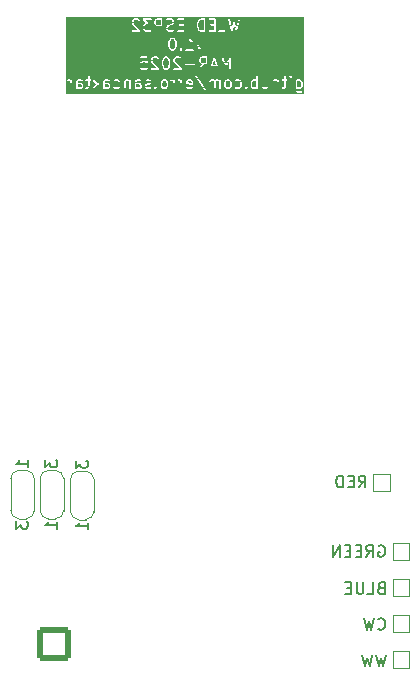
<source format=gbr>
%TF.GenerationSoftware,KiCad,Pcbnew,9.0.0*%
%TF.CreationDate,2025-04-10T21:45:59-06:00*%
%TF.ProjectId,esp32,65737033-322e-46b6-9963-61645f706362,rev?*%
%TF.SameCoordinates,Original*%
%TF.FileFunction,Legend,Bot*%
%TF.FilePolarity,Positive*%
%FSLAX46Y46*%
G04 Gerber Fmt 4.6, Leading zero omitted, Abs format (unit mm)*
G04 Created by KiCad (PCBNEW 9.0.0) date 2025-04-10 21:45:59*
%MOMM*%
%LPD*%
G01*
G04 APERTURE LIST*
G04 Aperture macros list*
%AMRoundRect*
0 Rectangle with rounded corners*
0 $1 Rounding radius*
0 $2 $3 $4 $5 $6 $7 $8 $9 X,Y pos of 4 corners*
0 Add a 4 corners polygon primitive as box body*
4,1,4,$2,$3,$4,$5,$6,$7,$8,$9,$2,$3,0*
0 Add four circle primitives for the rounded corners*
1,1,$1+$1,$2,$3*
1,1,$1+$1,$4,$5*
1,1,$1+$1,$6,$7*
1,1,$1+$1,$8,$9*
0 Add four rect primitives between the rounded corners*
20,1,$1+$1,$2,$3,$4,$5,0*
20,1,$1+$1,$4,$5,$6,$7,0*
20,1,$1+$1,$6,$7,$8,$9,0*
20,1,$1+$1,$8,$9,$2,$3,0*%
%AMFreePoly0*
4,1,23,0.550000,-0.750000,0.000000,-0.750000,0.000000,-0.745722,-0.065263,-0.745722,-0.191342,-0.711940,-0.304381,-0.646677,-0.396677,-0.554381,-0.461940,-0.441342,-0.495722,-0.315263,-0.495722,-0.250000,-0.500000,-0.250000,-0.500000,0.250000,-0.495722,0.250000,-0.495722,0.315263,-0.461940,0.441342,-0.396677,0.554381,-0.304381,0.646677,-0.191342,0.711940,-0.065263,0.745722,0.000000,0.745722,
0.000000,0.750000,0.550000,0.750000,0.550000,-0.750000,0.550000,-0.750000,$1*%
%AMFreePoly1*
4,1,23,0.000000,0.745722,0.065263,0.745722,0.191342,0.711940,0.304381,0.646677,0.396677,0.554381,0.461940,0.441342,0.495722,0.315263,0.495722,0.250000,0.500000,0.250000,0.500000,-0.250000,0.495722,-0.250000,0.495722,-0.315263,0.461940,-0.441342,0.396677,-0.554381,0.304381,-0.646677,0.191342,-0.711940,0.065263,-0.745722,0.000000,-0.745722,0.000000,-0.750000,-0.550000,-0.750000,
-0.550000,0.750000,0.000000,0.750000,0.000000,0.745722,0.000000,0.745722,$1*%
G04 Aperture macros list end*
%ADD10C,0.125000*%
%ADD11C,0.150000*%
%ADD12C,0.120000*%
%ADD13R,1.700000X1.700000*%
%ADD14O,1.700000X1.700000*%
%ADD15C,0.650000*%
%ADD16O,1.000000X2.100000*%
%ADD17O,1.000000X1.600000*%
%ADD18RoundRect,0.250001X1.149999X1.149999X-1.149999X1.149999X-1.149999X-1.149999X1.149999X-1.149999X0*%
%ADD19C,2.800000*%
%ADD20FreePoly0,90.000000*%
%ADD21R,1.500000X1.000000*%
%ADD22FreePoly1,90.000000*%
%ADD23R,1.000000X1.000000*%
%ADD24FreePoly0,270.000000*%
%ADD25FreePoly1,270.000000*%
G04 APERTURE END LIST*
D10*
G36*
X86539884Y-73258438D02*
G01*
X86573157Y-73291711D01*
X86609643Y-73364683D01*
X86609643Y-73620887D01*
X86573157Y-73693857D01*
X86539881Y-73727134D01*
X86466912Y-73763619D01*
X86305946Y-73763619D01*
X86258453Y-73739872D01*
X86258453Y-73245698D01*
X86305946Y-73221952D01*
X86466912Y-73221952D01*
X86539884Y-73258438D01*
G37*
G36*
X67691809Y-73501068D02*
G01*
X67694828Y-73501894D01*
X67695842Y-73502908D01*
X67705669Y-73504862D01*
X67715330Y-73507508D01*
X67716688Y-73507055D01*
X67719760Y-73507666D01*
X67943100Y-73507666D01*
X68006508Y-73539370D01*
X68038212Y-73602778D01*
X68038212Y-73668507D01*
X68006508Y-73731915D01*
X67943100Y-73763619D01*
X67734515Y-73763619D01*
X67687022Y-73739872D01*
X67687022Y-73498674D01*
X67691809Y-73501068D01*
G37*
G36*
X69977524Y-73501068D02*
G01*
X69980543Y-73501894D01*
X69981557Y-73502908D01*
X69991384Y-73504862D01*
X70001045Y-73507508D01*
X70002403Y-73507055D01*
X70005475Y-73507666D01*
X70228815Y-73507666D01*
X70292223Y-73539370D01*
X70323927Y-73602778D01*
X70323927Y-73668507D01*
X70292223Y-73731915D01*
X70228815Y-73763619D01*
X70020230Y-73763619D01*
X69972737Y-73739872D01*
X69972737Y-73498674D01*
X69977524Y-73501068D01*
G37*
G36*
X72644191Y-73501068D02*
G01*
X72647210Y-73501894D01*
X72648224Y-73502908D01*
X72658051Y-73504862D01*
X72667712Y-73507508D01*
X72669070Y-73507055D01*
X72672142Y-73507666D01*
X72895482Y-73507666D01*
X72958890Y-73539370D01*
X72990594Y-73602778D01*
X72990594Y-73668507D01*
X72958890Y-73731915D01*
X72895482Y-73763619D01*
X72686897Y-73763619D01*
X72639404Y-73739872D01*
X72639404Y-73498674D01*
X72644191Y-73501068D01*
G37*
G36*
X75158931Y-73258438D02*
G01*
X75192204Y-73291711D01*
X75228690Y-73364683D01*
X75228690Y-73620887D01*
X75192204Y-73693857D01*
X75158928Y-73727134D01*
X75085959Y-73763619D01*
X74972612Y-73763619D01*
X74899642Y-73727134D01*
X74866366Y-73693857D01*
X74829881Y-73620887D01*
X74829881Y-73364683D01*
X74866367Y-73291711D01*
X74899640Y-73258438D01*
X74972612Y-73221952D01*
X75085959Y-73221952D01*
X75158931Y-73258438D01*
G37*
G36*
X77292225Y-73253656D02*
G01*
X77323929Y-73317064D01*
X77323929Y-73416547D01*
X76972739Y-73346309D01*
X76972739Y-73317064D01*
X77004443Y-73253656D01*
X77067851Y-73221952D01*
X77228817Y-73221952D01*
X77292225Y-73253656D01*
G37*
G36*
X80539884Y-73258438D02*
G01*
X80573157Y-73291711D01*
X80609643Y-73364683D01*
X80609643Y-73620887D01*
X80573157Y-73693857D01*
X80539881Y-73727134D01*
X80466912Y-73763619D01*
X80353565Y-73763619D01*
X80280595Y-73727134D01*
X80247319Y-73693857D01*
X80210834Y-73620887D01*
X80210834Y-73364683D01*
X80247320Y-73291711D01*
X80280593Y-73258438D01*
X80353565Y-73221952D01*
X80466912Y-73221952D01*
X80539884Y-73258438D01*
G37*
G36*
X82800119Y-73245698D02*
G01*
X82800119Y-73739872D01*
X82752626Y-73763619D01*
X82591660Y-73763619D01*
X82518690Y-73727134D01*
X82485414Y-73693857D01*
X82448929Y-73620887D01*
X82448929Y-73364683D01*
X82485415Y-73291711D01*
X82518688Y-73258438D01*
X82591660Y-73221952D01*
X82752626Y-73221952D01*
X82800119Y-73245698D01*
G37*
G36*
X75277978Y-71315161D02*
G01*
X75311251Y-71348434D01*
X75351267Y-71428467D01*
X75395356Y-71604821D01*
X75395356Y-71827528D01*
X75351267Y-72003882D01*
X75311251Y-72083913D01*
X75277975Y-72117190D01*
X75205006Y-72153675D01*
X75139278Y-72153675D01*
X75066308Y-72117190D01*
X75033032Y-72083913D01*
X74993016Y-72003882D01*
X74948928Y-71827527D01*
X74948928Y-71604821D01*
X74993016Y-71428466D01*
X75033033Y-71348434D01*
X75066306Y-71315161D01*
X75139278Y-71278675D01*
X75205006Y-71278675D01*
X75277978Y-71315161D01*
G37*
G36*
X79418760Y-71867960D02*
G01*
X79116000Y-71867960D01*
X79267380Y-71413818D01*
X79418760Y-71867960D01*
G37*
G36*
X78538213Y-71677484D02*
G01*
X78234516Y-71677484D01*
X78161544Y-71640998D01*
X78128271Y-71607725D01*
X78091785Y-71534753D01*
X78091785Y-71421406D01*
X78128271Y-71348434D01*
X78161544Y-71315161D01*
X78234516Y-71278675D01*
X78538213Y-71278675D01*
X78538213Y-71677484D01*
G37*
G36*
X75825597Y-69705217D02*
G01*
X75858870Y-69738490D01*
X75898886Y-69818523D01*
X75942975Y-69994877D01*
X75942975Y-70217584D01*
X75898886Y-70393938D01*
X75858870Y-70473969D01*
X75825594Y-70507246D01*
X75752625Y-70543731D01*
X75686897Y-70543731D01*
X75613927Y-70507246D01*
X75580651Y-70473969D01*
X75540635Y-70393938D01*
X75496547Y-70217583D01*
X75496547Y-69994877D01*
X75540635Y-69818522D01*
X75580652Y-69738490D01*
X75613925Y-69705217D01*
X75686897Y-69668731D01*
X75752625Y-69668731D01*
X75825597Y-69705217D01*
G37*
G36*
X78347737Y-68933787D02*
G01*
X78182285Y-68933787D01*
X78063047Y-68894041D01*
X77985414Y-68816408D01*
X77945397Y-68736375D01*
X77901309Y-68560020D01*
X77901309Y-68432552D01*
X77945397Y-68256197D01*
X77985414Y-68176165D01*
X78063045Y-68098533D01*
X78182285Y-68058787D01*
X78347737Y-68058787D01*
X78347737Y-68933787D01*
G37*
G36*
X74728689Y-68457596D02*
G01*
X74424992Y-68457596D01*
X74352020Y-68421110D01*
X74318747Y-68387837D01*
X74282261Y-68314865D01*
X74282261Y-68201518D01*
X74318747Y-68128546D01*
X74352020Y-68095273D01*
X74424992Y-68058787D01*
X74728689Y-68058787D01*
X74728689Y-68457596D01*
G37*
G36*
X86845754Y-74333063D02*
G01*
X66693764Y-74333063D01*
X66693764Y-73135534D01*
X66804875Y-73135534D01*
X66804875Y-73183370D01*
X66838699Y-73217194D01*
X66862617Y-73221952D01*
X66943100Y-73221952D01*
X67016072Y-73258438D01*
X67049345Y-73291711D01*
X67085831Y-73364683D01*
X67085831Y-73826119D01*
X67090589Y-73850037D01*
X67124413Y-73883861D01*
X67172249Y-73883861D01*
X67206073Y-73850037D01*
X67210831Y-73826119D01*
X67210831Y-73302309D01*
X67562022Y-73302309D01*
X67562022Y-73826119D01*
X67566780Y-73850037D01*
X67600604Y-73883861D01*
X67648440Y-73883861D01*
X67664123Y-73868178D01*
X67691809Y-73882021D01*
X67694828Y-73882847D01*
X67695842Y-73883861D01*
X67705669Y-73885815D01*
X67715330Y-73888461D01*
X67716688Y-73888008D01*
X67719760Y-73888619D01*
X67957855Y-73888619D01*
X67960926Y-73888008D01*
X67962285Y-73888461D01*
X67971945Y-73885815D01*
X67981773Y-73883861D01*
X67982786Y-73882847D01*
X67985806Y-73882021D01*
X68081044Y-73834402D01*
X68090874Y-73826771D01*
X68094043Y-73825716D01*
X68096781Y-73822188D01*
X68100309Y-73819450D01*
X68101364Y-73816281D01*
X68108995Y-73806451D01*
X68156614Y-73711212D01*
X68157440Y-73708192D01*
X68158454Y-73707179D01*
X68160408Y-73697351D01*
X68163054Y-73687691D01*
X68162601Y-73686332D01*
X68163212Y-73683261D01*
X68163212Y-73588023D01*
X68162601Y-73584951D01*
X68163054Y-73583593D01*
X68160408Y-73573932D01*
X68158454Y-73564105D01*
X68157440Y-73563091D01*
X68156614Y-73560072D01*
X68108995Y-73464834D01*
X68101364Y-73455003D01*
X68100309Y-73451835D01*
X68096781Y-73449096D01*
X68094043Y-73445569D01*
X68090874Y-73444513D01*
X68081044Y-73436883D01*
X67985806Y-73389264D01*
X67982786Y-73388437D01*
X67981773Y-73387424D01*
X67971945Y-73385469D01*
X67962285Y-73382824D01*
X67960926Y-73383276D01*
X67957855Y-73382666D01*
X67734515Y-73382666D01*
X67687022Y-73358919D01*
X67687022Y-73317064D01*
X67718726Y-73253656D01*
X67782134Y-73221952D01*
X67943100Y-73221952D01*
X68025142Y-73262973D01*
X68048663Y-73269413D01*
X68094042Y-73254287D01*
X68115435Y-73211501D01*
X68100309Y-73166121D01*
X68081044Y-73151169D01*
X68049774Y-73135534D01*
X68328685Y-73135534D01*
X68328685Y-73183370D01*
X68362509Y-73217194D01*
X68386427Y-73221952D01*
X68562022Y-73221952D01*
X68562022Y-73668507D01*
X68530318Y-73731915D01*
X68466910Y-73763619D01*
X68386427Y-73763619D01*
X68362509Y-73768377D01*
X68328685Y-73802201D01*
X68328685Y-73850037D01*
X68362509Y-73883861D01*
X68386427Y-73888619D01*
X68481665Y-73888619D01*
X68484736Y-73888008D01*
X68486095Y-73888461D01*
X68495755Y-73885815D01*
X68505583Y-73883861D01*
X68506596Y-73882847D01*
X68509616Y-73882021D01*
X68604854Y-73834402D01*
X68614684Y-73826771D01*
X68617853Y-73825716D01*
X68620591Y-73822188D01*
X68624119Y-73819450D01*
X68625174Y-73816281D01*
X68629578Y-73810608D01*
X68992550Y-73810608D01*
X68999314Y-73857962D01*
X69037583Y-73886663D01*
X69084937Y-73879899D01*
X69103094Y-73863619D01*
X69345569Y-73540316D01*
X69371546Y-73566292D01*
X69371546Y-73826119D01*
X69376304Y-73850037D01*
X69410128Y-73883861D01*
X69457964Y-73883861D01*
X69491788Y-73850037D01*
X69496546Y-73826119D01*
X69496546Y-73302309D01*
X69847737Y-73302309D01*
X69847737Y-73826119D01*
X69852495Y-73850037D01*
X69886319Y-73883861D01*
X69934155Y-73883861D01*
X69949838Y-73868178D01*
X69977524Y-73882021D01*
X69980543Y-73882847D01*
X69981557Y-73883861D01*
X69991384Y-73885815D01*
X70001045Y-73888461D01*
X70002403Y-73888008D01*
X70005475Y-73888619D01*
X70243570Y-73888619D01*
X70246641Y-73888008D01*
X70248000Y-73888461D01*
X70257660Y-73885815D01*
X70267488Y-73883861D01*
X70268501Y-73882847D01*
X70271521Y-73882021D01*
X70366759Y-73834402D01*
X70376589Y-73826771D01*
X70379758Y-73825716D01*
X70382496Y-73822188D01*
X70386024Y-73819450D01*
X70387079Y-73816281D01*
X70394710Y-73806451D01*
X70442329Y-73711212D01*
X70443155Y-73708192D01*
X70444169Y-73707179D01*
X70446123Y-73697351D01*
X70448769Y-73687691D01*
X70448316Y-73686332D01*
X70448927Y-73683261D01*
X70448927Y-73588023D01*
X70448316Y-73584951D01*
X70448769Y-73583593D01*
X70446123Y-73573932D01*
X70444169Y-73564105D01*
X70443155Y-73563091D01*
X70442329Y-73560072D01*
X70394710Y-73464834D01*
X70387079Y-73455003D01*
X70386024Y-73451835D01*
X70382496Y-73449096D01*
X70379758Y-73445569D01*
X70376589Y-73444513D01*
X70366759Y-73436883D01*
X70271521Y-73389264D01*
X70268501Y-73388437D01*
X70267488Y-73387424D01*
X70257660Y-73385469D01*
X70248000Y-73382824D01*
X70246641Y-73383276D01*
X70243570Y-73382666D01*
X70020230Y-73382666D01*
X69972737Y-73358919D01*
X69972737Y-73317064D01*
X70004441Y-73253656D01*
X70067849Y-73221952D01*
X70228815Y-73221952D01*
X70310857Y-73262973D01*
X70334378Y-73269413D01*
X70379757Y-73254287D01*
X70401150Y-73211501D01*
X70705038Y-73211501D01*
X70726430Y-73254287D01*
X70771810Y-73269413D01*
X70795331Y-73262973D01*
X70877373Y-73221952D01*
X71038339Y-73221952D01*
X71111311Y-73258438D01*
X71144584Y-73291711D01*
X71181070Y-73364683D01*
X71181070Y-73620887D01*
X71144584Y-73693857D01*
X71111308Y-73727134D01*
X71038339Y-73763619D01*
X70877373Y-73763619D01*
X70795331Y-73722598D01*
X70771810Y-73716158D01*
X70726430Y-73731284D01*
X70705038Y-73774070D01*
X70720164Y-73819450D01*
X70739429Y-73834402D01*
X70834667Y-73882021D01*
X70837686Y-73882847D01*
X70838700Y-73883861D01*
X70848527Y-73885815D01*
X70858188Y-73888461D01*
X70859546Y-73888008D01*
X70862618Y-73888619D01*
X71053094Y-73888619D01*
X71056165Y-73888008D01*
X71057524Y-73888461D01*
X71067184Y-73885815D01*
X71077012Y-73883861D01*
X71078025Y-73882847D01*
X71081045Y-73882021D01*
X71176283Y-73834402D01*
X71184198Y-73828258D01*
X71192527Y-73822694D01*
X71240146Y-73775074D01*
X71245709Y-73766746D01*
X71251853Y-73758831D01*
X71299472Y-73663593D01*
X71300298Y-73660573D01*
X71301312Y-73659560D01*
X71303266Y-73649732D01*
X71305912Y-73640072D01*
X71305459Y-73638713D01*
X71306070Y-73635642D01*
X71306070Y-73349928D01*
X71305459Y-73346856D01*
X71305912Y-73345498D01*
X71303266Y-73335837D01*
X71301312Y-73326010D01*
X71300298Y-73324996D01*
X71299472Y-73321977D01*
X71289638Y-73302309D01*
X71609642Y-73302309D01*
X71609642Y-73826119D01*
X71614400Y-73850037D01*
X71648224Y-73883861D01*
X71696060Y-73883861D01*
X71729884Y-73850037D01*
X71734642Y-73826119D01*
X71734642Y-73317064D01*
X71766346Y-73253656D01*
X71829754Y-73221952D01*
X71943101Y-73221952D01*
X72016073Y-73258438D01*
X72038213Y-73280578D01*
X72038213Y-73826119D01*
X72042971Y-73850037D01*
X72076795Y-73883861D01*
X72124631Y-73883861D01*
X72158455Y-73850037D01*
X72163213Y-73826119D01*
X72163213Y-73302309D01*
X72514404Y-73302309D01*
X72514404Y-73826119D01*
X72519162Y-73850037D01*
X72552986Y-73883861D01*
X72600822Y-73883861D01*
X72616505Y-73868178D01*
X72644191Y-73882021D01*
X72647210Y-73882847D01*
X72648224Y-73883861D01*
X72658051Y-73885815D01*
X72667712Y-73888461D01*
X72669070Y-73888008D01*
X72672142Y-73888619D01*
X72910237Y-73888619D01*
X72913308Y-73888008D01*
X72914667Y-73888461D01*
X72924327Y-73885815D01*
X72934155Y-73883861D01*
X72935168Y-73882847D01*
X72938188Y-73882021D01*
X73033426Y-73834402D01*
X73043256Y-73826771D01*
X73046425Y-73825716D01*
X73049163Y-73822188D01*
X73052691Y-73819450D01*
X73053746Y-73816281D01*
X73061377Y-73806451D01*
X73108996Y-73711212D01*
X73109822Y-73708192D01*
X73110836Y-73707179D01*
X73112790Y-73697351D01*
X73115436Y-73687691D01*
X73114983Y-73686332D01*
X73115594Y-73683261D01*
X73115594Y-73635642D01*
X73371547Y-73635642D01*
X73371547Y-73683261D01*
X73372157Y-73686332D01*
X73371705Y-73687691D01*
X73374350Y-73697351D01*
X73376305Y-73707179D01*
X73377318Y-73708192D01*
X73378145Y-73711212D01*
X73425764Y-73806450D01*
X73433393Y-73816281D01*
X73434450Y-73819450D01*
X73437978Y-73822188D01*
X73440716Y-73825716D01*
X73443884Y-73826771D01*
X73453715Y-73834402D01*
X73548953Y-73882021D01*
X73551972Y-73882847D01*
X73552986Y-73883861D01*
X73562813Y-73885815D01*
X73572474Y-73888461D01*
X73573832Y-73888008D01*
X73576904Y-73888619D01*
X73767380Y-73888619D01*
X73770451Y-73888008D01*
X73771810Y-73888461D01*
X73781470Y-73885815D01*
X73791298Y-73883861D01*
X73792311Y-73882847D01*
X73795331Y-73882021D01*
X73890569Y-73834402D01*
X73895533Y-73830549D01*
X74133610Y-73830549D01*
X74155002Y-73873335D01*
X74200382Y-73888461D01*
X74223903Y-73882021D01*
X74319141Y-73834402D01*
X74328971Y-73826771D01*
X74332140Y-73825716D01*
X74334878Y-73822188D01*
X74338406Y-73819450D01*
X74339461Y-73816281D01*
X74347092Y-73806451D01*
X74394711Y-73711212D01*
X74395537Y-73708192D01*
X74396551Y-73707179D01*
X74398505Y-73697351D01*
X74401151Y-73687691D01*
X74400698Y-73686332D01*
X74401309Y-73683261D01*
X74401309Y-73349928D01*
X74704881Y-73349928D01*
X74704881Y-73635642D01*
X74705491Y-73638713D01*
X74705039Y-73640072D01*
X74707684Y-73649732D01*
X74709639Y-73659560D01*
X74710652Y-73660573D01*
X74711479Y-73663593D01*
X74759098Y-73758831D01*
X74765238Y-73766742D01*
X74770805Y-73775074D01*
X74818424Y-73822694D01*
X74826752Y-73828258D01*
X74834668Y-73834402D01*
X74929906Y-73882021D01*
X74932925Y-73882847D01*
X74933939Y-73883861D01*
X74943766Y-73885815D01*
X74953427Y-73888461D01*
X74954785Y-73888008D01*
X74957857Y-73888619D01*
X75100714Y-73888619D01*
X75103785Y-73888008D01*
X75105144Y-73888461D01*
X75114804Y-73885815D01*
X75124632Y-73883861D01*
X75125645Y-73882847D01*
X75128665Y-73882021D01*
X75223903Y-73834402D01*
X75231818Y-73828258D01*
X75240147Y-73822694D01*
X75287766Y-73775074D01*
X75293329Y-73766746D01*
X75299473Y-73758831D01*
X75347092Y-73663593D01*
X75347918Y-73660573D01*
X75348932Y-73659560D01*
X75350886Y-73649732D01*
X75353532Y-73640072D01*
X75353079Y-73638713D01*
X75353690Y-73635642D01*
X75353690Y-73349928D01*
X75353079Y-73346856D01*
X75353532Y-73345498D01*
X75350886Y-73335837D01*
X75348932Y-73326010D01*
X75347918Y-73324996D01*
X75347092Y-73321977D01*
X75299473Y-73226739D01*
X75293325Y-73218817D01*
X75287765Y-73210496D01*
X75240146Y-73162877D01*
X75231824Y-73157316D01*
X75223903Y-73151169D01*
X75192633Y-73135534D01*
X75519163Y-73135534D01*
X75519163Y-73183370D01*
X75552987Y-73217194D01*
X75576905Y-73221952D01*
X75657388Y-73221952D01*
X75730360Y-73258438D01*
X75763633Y-73291711D01*
X75800119Y-73364683D01*
X75800119Y-73826119D01*
X75804877Y-73850037D01*
X75838701Y-73883861D01*
X75886537Y-73883861D01*
X75920361Y-73850037D01*
X75925119Y-73826119D01*
X75925119Y-73159452D01*
X75920361Y-73135534D01*
X76138211Y-73135534D01*
X76138211Y-73183370D01*
X76172035Y-73217194D01*
X76195953Y-73221952D01*
X76276436Y-73221952D01*
X76349408Y-73258438D01*
X76382681Y-73291711D01*
X76419167Y-73364683D01*
X76419167Y-73826119D01*
X76423925Y-73850037D01*
X76457749Y-73883861D01*
X76505585Y-73883861D01*
X76539409Y-73850037D01*
X76544167Y-73826119D01*
X76544167Y-73302309D01*
X76847739Y-73302309D01*
X76847739Y-73397547D01*
X76849541Y-73406608D01*
X76848928Y-73409676D01*
X76850672Y-73412292D01*
X76852497Y-73421465D01*
X76865366Y-73434334D01*
X76875461Y-73449477D01*
X76884096Y-73453064D01*
X76886321Y-73455289D01*
X76889451Y-73455289D01*
X76897982Y-73458833D01*
X77323929Y-73544022D01*
X77323929Y-73668507D01*
X77292225Y-73731915D01*
X77228817Y-73763619D01*
X77067851Y-73763619D01*
X76985809Y-73722598D01*
X76962288Y-73716158D01*
X76916908Y-73731284D01*
X76895516Y-73774070D01*
X76910642Y-73819450D01*
X76929907Y-73834402D01*
X77025145Y-73882021D01*
X77028164Y-73882847D01*
X77029178Y-73883861D01*
X77039005Y-73885815D01*
X77048666Y-73888461D01*
X77050024Y-73888008D01*
X77053096Y-73888619D01*
X77243572Y-73888619D01*
X77246643Y-73888008D01*
X77248002Y-73888461D01*
X77257662Y-73885815D01*
X77267490Y-73883861D01*
X77268503Y-73882847D01*
X77271523Y-73882021D01*
X77366761Y-73834402D01*
X77376591Y-73826771D01*
X77379760Y-73825716D01*
X77382498Y-73822188D01*
X77386026Y-73819450D01*
X77387081Y-73816281D01*
X77394712Y-73806451D01*
X77442331Y-73711212D01*
X77443157Y-73708192D01*
X77444171Y-73707179D01*
X77446125Y-73697351D01*
X77448771Y-73687691D01*
X77448318Y-73686332D01*
X77448929Y-73683261D01*
X77448929Y-73302309D01*
X77448318Y-73299237D01*
X77448771Y-73297879D01*
X77446125Y-73288218D01*
X77444171Y-73278391D01*
X77443157Y-73277377D01*
X77442331Y-73274358D01*
X77394712Y-73179120D01*
X77387081Y-73169289D01*
X77386026Y-73166121D01*
X77382498Y-73163382D01*
X77379760Y-73159855D01*
X77376591Y-73158799D01*
X77366761Y-73151169D01*
X77271523Y-73103550D01*
X77268503Y-73102723D01*
X77267490Y-73101710D01*
X77257662Y-73099755D01*
X77248002Y-73097110D01*
X77246643Y-73097562D01*
X77243572Y-73096952D01*
X77053096Y-73096952D01*
X77050024Y-73097562D01*
X77048666Y-73097110D01*
X77039005Y-73099755D01*
X77029178Y-73101710D01*
X77028164Y-73102723D01*
X77025145Y-73103550D01*
X76929907Y-73151169D01*
X76920076Y-73158799D01*
X76916908Y-73159855D01*
X76914169Y-73163382D01*
X76910642Y-73166121D01*
X76909586Y-73169289D01*
X76901956Y-73179120D01*
X76854337Y-73274358D01*
X76853510Y-73277377D01*
X76852497Y-73278391D01*
X76850542Y-73288218D01*
X76847897Y-73297879D01*
X76848349Y-73299237D01*
X76847739Y-73302309D01*
X76544167Y-73302309D01*
X76544167Y-73159452D01*
X76539409Y-73135534D01*
X76505585Y-73101710D01*
X76457749Y-73101710D01*
X76423925Y-73135534D01*
X76419954Y-73155495D01*
X76414380Y-73151169D01*
X76319142Y-73103550D01*
X76316122Y-73102723D01*
X76315109Y-73101710D01*
X76305281Y-73099755D01*
X76295621Y-73097110D01*
X76294262Y-73097562D01*
X76291191Y-73096952D01*
X76195953Y-73096952D01*
X76172035Y-73101710D01*
X76138211Y-73135534D01*
X75920361Y-73135534D01*
X75886537Y-73101710D01*
X75838701Y-73101710D01*
X75804877Y-73135534D01*
X75800906Y-73155495D01*
X75795332Y-73151169D01*
X75700094Y-73103550D01*
X75697074Y-73102723D01*
X75696061Y-73101710D01*
X75686233Y-73099755D01*
X75676573Y-73097110D01*
X75675214Y-73097562D01*
X75672143Y-73096952D01*
X75576905Y-73096952D01*
X75552987Y-73101710D01*
X75519163Y-73135534D01*
X75192633Y-73135534D01*
X75128665Y-73103550D01*
X75125645Y-73102723D01*
X75124632Y-73101710D01*
X75114804Y-73099755D01*
X75105144Y-73097110D01*
X75103785Y-73097562D01*
X75100714Y-73096952D01*
X74957857Y-73096952D01*
X74954785Y-73097562D01*
X74953427Y-73097110D01*
X74943766Y-73099755D01*
X74933939Y-73101710D01*
X74932925Y-73102723D01*
X74929906Y-73103550D01*
X74834668Y-73151169D01*
X74826746Y-73157316D01*
X74818425Y-73162877D01*
X74770806Y-73210496D01*
X74765245Y-73218817D01*
X74759098Y-73226739D01*
X74711479Y-73321977D01*
X74710652Y-73324996D01*
X74709639Y-73326010D01*
X74707684Y-73335837D01*
X74705039Y-73345498D01*
X74705491Y-73346856D01*
X74704881Y-73349928D01*
X74401309Y-73349928D01*
X74401309Y-72826119D01*
X74396551Y-72802201D01*
X74384978Y-72790628D01*
X77610832Y-72790628D01*
X77620141Y-72813169D01*
X78477283Y-74098883D01*
X78494509Y-74116145D01*
X78541415Y-74125526D01*
X78581217Y-74098991D01*
X78590598Y-74052086D01*
X78581289Y-74029546D01*
X78096465Y-73302309D01*
X78800119Y-73302309D01*
X78800119Y-73826119D01*
X78804877Y-73850037D01*
X78838701Y-73883861D01*
X78886537Y-73883861D01*
X78920361Y-73850037D01*
X78925119Y-73826119D01*
X78925119Y-73317064D01*
X78956823Y-73253656D01*
X79020231Y-73221952D01*
X79133579Y-73221952D01*
X79196987Y-73253656D01*
X79228691Y-73317064D01*
X79228691Y-73826119D01*
X79233449Y-73850037D01*
X79267273Y-73883861D01*
X79315109Y-73883861D01*
X79348933Y-73850037D01*
X79353691Y-73826119D01*
X79353691Y-73317064D01*
X79385395Y-73253656D01*
X79448803Y-73221952D01*
X79562150Y-73221952D01*
X79635122Y-73258438D01*
X79657262Y-73280578D01*
X79657262Y-73826119D01*
X79662020Y-73850037D01*
X79695844Y-73883861D01*
X79743680Y-73883861D01*
X79777504Y-73850037D01*
X79782262Y-73826119D01*
X79782262Y-73349928D01*
X80085834Y-73349928D01*
X80085834Y-73635642D01*
X80086444Y-73638713D01*
X80085992Y-73640072D01*
X80088637Y-73649732D01*
X80090592Y-73659560D01*
X80091605Y-73660573D01*
X80092432Y-73663593D01*
X80140051Y-73758831D01*
X80146191Y-73766742D01*
X80151758Y-73775074D01*
X80199377Y-73822694D01*
X80207705Y-73828258D01*
X80215621Y-73834402D01*
X80310859Y-73882021D01*
X80313878Y-73882847D01*
X80314892Y-73883861D01*
X80324719Y-73885815D01*
X80334380Y-73888461D01*
X80335738Y-73888008D01*
X80338810Y-73888619D01*
X80481667Y-73888619D01*
X80484738Y-73888008D01*
X80486097Y-73888461D01*
X80495757Y-73885815D01*
X80505585Y-73883861D01*
X80506598Y-73882847D01*
X80509618Y-73882021D01*
X80604856Y-73834402D01*
X80612771Y-73828258D01*
X80621100Y-73822694D01*
X80668719Y-73775074D01*
X80674282Y-73766746D01*
X80680426Y-73758831D01*
X80728045Y-73663593D01*
X80728871Y-73660573D01*
X80729885Y-73659560D01*
X80731839Y-73649732D01*
X80734485Y-73640072D01*
X80734032Y-73638713D01*
X80734643Y-73635642D01*
X80734643Y-73349928D01*
X80734032Y-73346856D01*
X80734485Y-73345498D01*
X80731839Y-73335837D01*
X80729885Y-73326010D01*
X80728871Y-73324996D01*
X80728045Y-73321977D01*
X80680426Y-73226739D01*
X80674278Y-73218817D01*
X80669390Y-73211501D01*
X80990754Y-73211501D01*
X81012146Y-73254287D01*
X81057526Y-73269413D01*
X81081047Y-73262973D01*
X81163089Y-73221952D01*
X81324055Y-73221952D01*
X81397027Y-73258438D01*
X81430300Y-73291711D01*
X81466786Y-73364683D01*
X81466786Y-73620887D01*
X81430300Y-73693857D01*
X81397024Y-73727134D01*
X81324055Y-73763619D01*
X81163089Y-73763619D01*
X81081047Y-73722598D01*
X81057526Y-73716158D01*
X81012146Y-73731284D01*
X80990754Y-73774070D01*
X81005880Y-73819450D01*
X81025145Y-73834402D01*
X81120383Y-73882021D01*
X81123402Y-73882847D01*
X81124416Y-73883861D01*
X81134243Y-73885815D01*
X81143904Y-73888461D01*
X81145262Y-73888008D01*
X81148334Y-73888619D01*
X81338810Y-73888619D01*
X81341881Y-73888008D01*
X81343240Y-73888461D01*
X81352900Y-73885815D01*
X81362728Y-73883861D01*
X81363741Y-73882847D01*
X81366761Y-73882021D01*
X81461999Y-73834402D01*
X81469914Y-73828258D01*
X81478243Y-73822694D01*
X81525862Y-73775074D01*
X81531425Y-73766746D01*
X81537569Y-73758831D01*
X81539693Y-73754583D01*
X81852495Y-73754583D01*
X81852496Y-73802418D01*
X81852498Y-73802420D01*
X81866044Y-73822694D01*
X81913663Y-73870313D01*
X81933936Y-73883858D01*
X81933939Y-73883861D01*
X81933940Y-73883861D01*
X81981774Y-73883861D01*
X81981775Y-73883861D01*
X81981777Y-73883858D01*
X82002051Y-73870313D01*
X82049670Y-73822694D01*
X82063215Y-73802420D01*
X82063218Y-73802418D01*
X82063218Y-73754583D01*
X82049671Y-73734306D01*
X82002052Y-73686686D01*
X81981775Y-73673138D01*
X81933940Y-73673137D01*
X81933939Y-73673138D01*
X81913662Y-73686686D01*
X81866043Y-73734306D01*
X81852495Y-73754583D01*
X81539693Y-73754583D01*
X81585188Y-73663593D01*
X81586014Y-73660573D01*
X81587028Y-73659560D01*
X81588982Y-73649732D01*
X81591628Y-73640072D01*
X81591175Y-73638713D01*
X81591786Y-73635642D01*
X81591786Y-73349928D01*
X82323929Y-73349928D01*
X82323929Y-73635642D01*
X82324539Y-73638713D01*
X82324087Y-73640072D01*
X82326732Y-73649732D01*
X82328687Y-73659560D01*
X82329700Y-73660573D01*
X82330527Y-73663593D01*
X82378146Y-73758831D01*
X82384286Y-73766742D01*
X82389853Y-73775074D01*
X82437472Y-73822694D01*
X82445800Y-73828258D01*
X82453716Y-73834402D01*
X82548954Y-73882021D01*
X82551973Y-73882847D01*
X82552987Y-73883861D01*
X82562814Y-73885815D01*
X82572475Y-73888461D01*
X82573833Y-73888008D01*
X82576905Y-73888619D01*
X82767381Y-73888619D01*
X82770452Y-73888008D01*
X82771811Y-73888461D01*
X82781471Y-73885815D01*
X82791299Y-73883861D01*
X82792312Y-73882847D01*
X82795332Y-73882021D01*
X82823018Y-73868178D01*
X82838701Y-73883861D01*
X82886537Y-73883861D01*
X82920361Y-73850037D01*
X82925119Y-73826119D01*
X82925119Y-73159452D01*
X83276310Y-73159452D01*
X83276310Y-73826119D01*
X83281068Y-73850037D01*
X83314892Y-73883861D01*
X83362728Y-73883861D01*
X83394284Y-73852305D01*
X83453716Y-73882021D01*
X83456735Y-73882847D01*
X83457749Y-73883861D01*
X83467576Y-73885815D01*
X83477237Y-73888461D01*
X83478595Y-73888008D01*
X83481667Y-73888619D01*
X83624524Y-73888619D01*
X83627595Y-73888008D01*
X83628954Y-73888461D01*
X83638614Y-73885815D01*
X83648442Y-73883861D01*
X83649455Y-73882847D01*
X83652475Y-73882021D01*
X83747713Y-73834402D01*
X83757543Y-73826771D01*
X83760712Y-73825716D01*
X83763450Y-73822188D01*
X83766978Y-73819450D01*
X83768033Y-73816281D01*
X83775664Y-73806451D01*
X83823283Y-73711212D01*
X83824109Y-73708192D01*
X83825123Y-73707179D01*
X83827077Y-73697351D01*
X83829723Y-73687691D01*
X83829270Y-73686332D01*
X83829881Y-73683261D01*
X83829881Y-73302309D01*
X84181072Y-73302309D01*
X84181072Y-73826119D01*
X84185830Y-73850037D01*
X84219654Y-73883861D01*
X84267490Y-73883861D01*
X84301314Y-73850037D01*
X84306072Y-73826119D01*
X84306072Y-73317064D01*
X84337776Y-73253656D01*
X84401184Y-73221952D01*
X84514531Y-73221952D01*
X84587503Y-73258438D01*
X84609643Y-73280578D01*
X84609643Y-73826119D01*
X84614401Y-73850037D01*
X84648225Y-73883861D01*
X84696061Y-73883861D01*
X84729885Y-73850037D01*
X84734643Y-73826119D01*
X84734643Y-73135534D01*
X84947735Y-73135534D01*
X84947735Y-73183370D01*
X84981559Y-73217194D01*
X85005477Y-73221952D01*
X85181072Y-73221952D01*
X85181072Y-73668507D01*
X85149368Y-73731915D01*
X85085960Y-73763619D01*
X85005477Y-73763619D01*
X84981559Y-73768377D01*
X84947735Y-73802201D01*
X84947735Y-73850037D01*
X84981559Y-73883861D01*
X85005477Y-73888619D01*
X85100715Y-73888619D01*
X85103786Y-73888008D01*
X85105145Y-73888461D01*
X85114805Y-73885815D01*
X85124633Y-73883861D01*
X85125646Y-73882847D01*
X85128666Y-73882021D01*
X85223904Y-73834402D01*
X85233734Y-73826771D01*
X85236903Y-73825716D01*
X85239641Y-73822188D01*
X85243169Y-73819450D01*
X85244224Y-73816281D01*
X85251855Y-73806451D01*
X85299474Y-73711212D01*
X85300300Y-73708192D01*
X85301314Y-73707179D01*
X85303268Y-73697351D01*
X85305914Y-73687691D01*
X85305461Y-73686332D01*
X85306072Y-73683261D01*
X85306072Y-73221952D01*
X85386429Y-73221952D01*
X85410347Y-73217194D01*
X85444171Y-73183370D01*
X85444171Y-73159452D01*
X85657262Y-73159452D01*
X85657262Y-73826119D01*
X85662020Y-73850037D01*
X85695844Y-73883861D01*
X85743680Y-73883861D01*
X85777504Y-73850037D01*
X85782262Y-73826119D01*
X85782262Y-73159452D01*
X86133453Y-73159452D01*
X86133453Y-73968976D01*
X86134063Y-73972047D01*
X86133611Y-73973406D01*
X86136256Y-73983066D01*
X86138211Y-73992894D01*
X86139224Y-73993907D01*
X86140051Y-73996927D01*
X86187670Y-74092165D01*
X86193817Y-74100086D01*
X86199378Y-74108408D01*
X86246997Y-74156027D01*
X86255318Y-74161587D01*
X86263240Y-74167735D01*
X86358478Y-74215354D01*
X86361497Y-74216180D01*
X86362511Y-74217194D01*
X86372338Y-74219148D01*
X86381999Y-74221794D01*
X86383357Y-74221341D01*
X86386429Y-74221952D01*
X86529286Y-74221952D01*
X86532357Y-74221341D01*
X86533716Y-74221794D01*
X86543376Y-74219148D01*
X86553204Y-74217194D01*
X86554217Y-74216180D01*
X86557237Y-74215354D01*
X86652475Y-74167735D01*
X86671740Y-74152783D01*
X86686866Y-74107403D01*
X86665473Y-74064617D01*
X86620094Y-74049491D01*
X86596573Y-74055931D01*
X86514531Y-74096952D01*
X86401184Y-74096952D01*
X86328212Y-74060466D01*
X86294939Y-74027193D01*
X86258453Y-73954221D01*
X86258453Y-73879627D01*
X86263240Y-73882021D01*
X86266259Y-73882847D01*
X86267273Y-73883861D01*
X86277100Y-73885815D01*
X86286761Y-73888461D01*
X86288119Y-73888008D01*
X86291191Y-73888619D01*
X86481667Y-73888619D01*
X86484738Y-73888008D01*
X86486097Y-73888461D01*
X86495757Y-73885815D01*
X86505585Y-73883861D01*
X86506598Y-73882847D01*
X86509618Y-73882021D01*
X86604856Y-73834402D01*
X86612771Y-73828258D01*
X86621100Y-73822694D01*
X86668719Y-73775074D01*
X86674282Y-73766746D01*
X86680426Y-73758831D01*
X86728045Y-73663593D01*
X86728871Y-73660573D01*
X86729885Y-73659560D01*
X86731839Y-73649732D01*
X86734485Y-73640072D01*
X86734032Y-73638713D01*
X86734643Y-73635642D01*
X86734643Y-73349928D01*
X86734032Y-73346856D01*
X86734485Y-73345498D01*
X86731839Y-73335837D01*
X86729885Y-73326010D01*
X86728871Y-73324996D01*
X86728045Y-73321977D01*
X86680426Y-73226739D01*
X86674278Y-73218817D01*
X86668718Y-73210496D01*
X86621099Y-73162877D01*
X86612777Y-73157316D01*
X86604856Y-73151169D01*
X86509618Y-73103550D01*
X86506598Y-73102723D01*
X86505585Y-73101710D01*
X86495757Y-73099755D01*
X86486097Y-73097110D01*
X86484738Y-73097562D01*
X86481667Y-73096952D01*
X86291191Y-73096952D01*
X86288119Y-73097562D01*
X86286761Y-73097110D01*
X86277100Y-73099755D01*
X86267273Y-73101710D01*
X86266259Y-73102723D01*
X86263240Y-73103550D01*
X86235554Y-73117393D01*
X86219871Y-73101710D01*
X86172035Y-73101710D01*
X86138211Y-73135534D01*
X86133453Y-73159452D01*
X85782262Y-73159452D01*
X85777504Y-73135534D01*
X85743680Y-73101710D01*
X85695844Y-73101710D01*
X85662020Y-73135534D01*
X85657262Y-73159452D01*
X85444171Y-73159452D01*
X85444171Y-73135534D01*
X85410347Y-73101710D01*
X85386429Y-73096952D01*
X85306072Y-73096952D01*
X85306072Y-72849821D01*
X85614401Y-72849821D01*
X85614401Y-72897655D01*
X85627949Y-72917932D01*
X85675568Y-72965551D01*
X85695841Y-72979096D01*
X85695844Y-72979099D01*
X85695845Y-72979099D01*
X85743679Y-72979099D01*
X85743680Y-72979099D01*
X85743682Y-72979096D01*
X85763956Y-72965551D01*
X85811575Y-72917932D01*
X85825123Y-72897655D01*
X85825123Y-72849821D01*
X85811575Y-72829544D01*
X85763956Y-72781925D01*
X85743682Y-72768379D01*
X85743680Y-72768377D01*
X85695844Y-72768377D01*
X85695841Y-72768379D01*
X85675568Y-72781925D01*
X85627949Y-72829544D01*
X85614401Y-72849821D01*
X85306072Y-72849821D01*
X85306072Y-72826119D01*
X85301314Y-72802201D01*
X85267490Y-72768377D01*
X85219654Y-72768377D01*
X85185830Y-72802201D01*
X85181072Y-72826119D01*
X85181072Y-73096952D01*
X85005477Y-73096952D01*
X84981559Y-73101710D01*
X84947735Y-73135534D01*
X84734643Y-73135534D01*
X84734643Y-72826119D01*
X84729885Y-72802201D01*
X84696061Y-72768377D01*
X84648225Y-72768377D01*
X84614401Y-72802201D01*
X84609643Y-72826119D01*
X84609643Y-73129753D01*
X84557237Y-73103550D01*
X84554217Y-73102723D01*
X84553204Y-73101710D01*
X84543376Y-73099755D01*
X84533716Y-73097110D01*
X84532357Y-73097562D01*
X84529286Y-73096952D01*
X84386429Y-73096952D01*
X84383357Y-73097562D01*
X84381999Y-73097110D01*
X84372338Y-73099755D01*
X84362511Y-73101710D01*
X84361497Y-73102723D01*
X84358478Y-73103550D01*
X84263240Y-73151169D01*
X84253409Y-73158799D01*
X84250241Y-73159855D01*
X84247502Y-73163382D01*
X84243975Y-73166121D01*
X84242919Y-73169289D01*
X84235289Y-73179120D01*
X84187670Y-73274358D01*
X84186843Y-73277377D01*
X84185830Y-73278391D01*
X84183875Y-73288218D01*
X84181230Y-73297879D01*
X84181682Y-73299237D01*
X84181072Y-73302309D01*
X83829881Y-73302309D01*
X83829881Y-73159452D01*
X83825123Y-73135534D01*
X83791299Y-73101710D01*
X83743463Y-73101710D01*
X83709639Y-73135534D01*
X83704881Y-73159452D01*
X83704881Y-73668507D01*
X83673177Y-73731915D01*
X83609769Y-73763619D01*
X83496422Y-73763619D01*
X83423452Y-73727134D01*
X83401310Y-73704991D01*
X83401310Y-73159452D01*
X83396552Y-73135534D01*
X83362728Y-73101710D01*
X83314892Y-73101710D01*
X83281068Y-73135534D01*
X83276310Y-73159452D01*
X82925119Y-73159452D01*
X82925119Y-72826119D01*
X82920361Y-72802201D01*
X82886537Y-72768377D01*
X82838701Y-72768377D01*
X82804877Y-72802201D01*
X82800119Y-72826119D01*
X82800119Y-73105943D01*
X82795332Y-73103550D01*
X82792312Y-73102723D01*
X82791299Y-73101710D01*
X82781471Y-73099755D01*
X82771811Y-73097110D01*
X82770452Y-73097562D01*
X82767381Y-73096952D01*
X82576905Y-73096952D01*
X82573833Y-73097562D01*
X82572475Y-73097110D01*
X82562814Y-73099755D01*
X82552987Y-73101710D01*
X82551973Y-73102723D01*
X82548954Y-73103550D01*
X82453716Y-73151169D01*
X82445794Y-73157316D01*
X82437473Y-73162877D01*
X82389854Y-73210496D01*
X82384293Y-73218817D01*
X82378146Y-73226739D01*
X82330527Y-73321977D01*
X82329700Y-73324996D01*
X82328687Y-73326010D01*
X82326732Y-73335837D01*
X82324087Y-73345498D01*
X82324539Y-73346856D01*
X82323929Y-73349928D01*
X81591786Y-73349928D01*
X81591175Y-73346856D01*
X81591628Y-73345498D01*
X81588982Y-73335837D01*
X81587028Y-73326010D01*
X81586014Y-73324996D01*
X81585188Y-73321977D01*
X81537569Y-73226739D01*
X81531421Y-73218817D01*
X81525861Y-73210496D01*
X81478242Y-73162877D01*
X81469920Y-73157316D01*
X81461999Y-73151169D01*
X81366761Y-73103550D01*
X81363741Y-73102723D01*
X81362728Y-73101710D01*
X81352900Y-73099755D01*
X81343240Y-73097110D01*
X81341881Y-73097562D01*
X81338810Y-73096952D01*
X81148334Y-73096952D01*
X81145262Y-73097562D01*
X81143904Y-73097110D01*
X81134243Y-73099755D01*
X81124416Y-73101710D01*
X81123402Y-73102723D01*
X81120383Y-73103550D01*
X81025145Y-73151169D01*
X81005880Y-73166121D01*
X80990754Y-73211501D01*
X80669390Y-73211501D01*
X80668718Y-73210496D01*
X80621099Y-73162877D01*
X80612777Y-73157316D01*
X80604856Y-73151169D01*
X80509618Y-73103550D01*
X80506598Y-73102723D01*
X80505585Y-73101710D01*
X80495757Y-73099755D01*
X80486097Y-73097110D01*
X80484738Y-73097562D01*
X80481667Y-73096952D01*
X80338810Y-73096952D01*
X80335738Y-73097562D01*
X80334380Y-73097110D01*
X80324719Y-73099755D01*
X80314892Y-73101710D01*
X80313878Y-73102723D01*
X80310859Y-73103550D01*
X80215621Y-73151169D01*
X80207699Y-73157316D01*
X80199378Y-73162877D01*
X80151759Y-73210496D01*
X80146198Y-73218817D01*
X80140051Y-73226739D01*
X80092432Y-73321977D01*
X80091605Y-73324996D01*
X80090592Y-73326010D01*
X80088637Y-73335837D01*
X80085992Y-73345498D01*
X80086444Y-73346856D01*
X80085834Y-73349928D01*
X79782262Y-73349928D01*
X79782262Y-73159452D01*
X79777504Y-73135534D01*
X79743680Y-73101710D01*
X79695844Y-73101710D01*
X79664288Y-73133266D01*
X79604856Y-73103550D01*
X79601836Y-73102723D01*
X79600823Y-73101710D01*
X79590995Y-73099755D01*
X79581335Y-73097110D01*
X79579976Y-73097562D01*
X79576905Y-73096952D01*
X79434048Y-73096952D01*
X79430976Y-73097562D01*
X79429618Y-73097110D01*
X79419957Y-73099755D01*
X79410130Y-73101710D01*
X79409116Y-73102723D01*
X79406097Y-73103550D01*
X79310859Y-73151169D01*
X79301028Y-73158799D01*
X79297860Y-73159855D01*
X79295121Y-73163382D01*
X79291594Y-73166121D01*
X79291191Y-73167330D01*
X79290788Y-73166121D01*
X79287260Y-73163382D01*
X79284522Y-73159855D01*
X79281353Y-73158799D01*
X79271523Y-73151169D01*
X79176285Y-73103550D01*
X79173265Y-73102723D01*
X79172252Y-73101710D01*
X79162424Y-73099755D01*
X79152764Y-73097110D01*
X79151405Y-73097562D01*
X79148334Y-73096952D01*
X79005477Y-73096952D01*
X79002405Y-73097562D01*
X79001047Y-73097110D01*
X78991386Y-73099755D01*
X78981559Y-73101710D01*
X78980545Y-73102723D01*
X78977526Y-73103550D01*
X78882287Y-73151169D01*
X78872456Y-73158799D01*
X78869288Y-73159855D01*
X78866549Y-73163382D01*
X78863022Y-73166121D01*
X78861966Y-73169289D01*
X78854336Y-73179120D01*
X78806717Y-73274358D01*
X78805890Y-73277377D01*
X78804877Y-73278391D01*
X78802922Y-73288218D01*
X78800277Y-73297879D01*
X78800729Y-73299237D01*
X78800119Y-73302309D01*
X78096465Y-73302309D01*
X77724147Y-72743831D01*
X77706921Y-72726570D01*
X77660016Y-72717188D01*
X77620214Y-72743723D01*
X77610832Y-72790628D01*
X74384978Y-72790628D01*
X74362727Y-72768377D01*
X74314891Y-72768377D01*
X74281067Y-72802201D01*
X74276309Y-72826119D01*
X74276309Y-73668507D01*
X74244605Y-73731915D01*
X74168001Y-73770217D01*
X74148736Y-73785169D01*
X74133610Y-73830549D01*
X73895533Y-73830549D01*
X73909834Y-73819450D01*
X73924960Y-73774070D01*
X73903567Y-73731284D01*
X73858188Y-73716158D01*
X73834667Y-73722598D01*
X73752625Y-73763619D01*
X73591659Y-73763619D01*
X73528251Y-73731915D01*
X73496547Y-73668506D01*
X73496547Y-73650397D01*
X73528251Y-73586989D01*
X73591659Y-73555285D01*
X73719761Y-73555285D01*
X73722832Y-73554674D01*
X73724191Y-73555127D01*
X73733851Y-73552481D01*
X73743679Y-73550527D01*
X73744692Y-73549513D01*
X73747712Y-73548687D01*
X73842950Y-73501068D01*
X73852780Y-73493437D01*
X73855949Y-73492382D01*
X73858687Y-73488854D01*
X73862215Y-73486116D01*
X73863270Y-73482947D01*
X73870901Y-73473117D01*
X73918520Y-73377879D01*
X73919346Y-73374859D01*
X73920360Y-73373846D01*
X73922314Y-73364018D01*
X73924960Y-73354358D01*
X73924507Y-73352999D01*
X73925118Y-73349928D01*
X73925118Y-73302309D01*
X73924507Y-73299237D01*
X73924960Y-73297879D01*
X73922314Y-73288218D01*
X73920360Y-73278391D01*
X73919346Y-73277377D01*
X73918520Y-73274358D01*
X73870901Y-73179120D01*
X73863270Y-73169289D01*
X73862215Y-73166121D01*
X73858687Y-73163382D01*
X73855949Y-73159855D01*
X73852780Y-73158799D01*
X73842950Y-73151169D01*
X73747712Y-73103550D01*
X73744692Y-73102723D01*
X73743679Y-73101710D01*
X73733851Y-73099755D01*
X73724191Y-73097110D01*
X73722832Y-73097562D01*
X73719761Y-73096952D01*
X73576904Y-73096952D01*
X73573832Y-73097562D01*
X73572474Y-73097110D01*
X73562813Y-73099755D01*
X73552986Y-73101710D01*
X73551972Y-73102723D01*
X73548953Y-73103550D01*
X73453715Y-73151169D01*
X73434450Y-73166121D01*
X73419324Y-73211501D01*
X73440716Y-73254287D01*
X73486096Y-73269413D01*
X73509617Y-73262973D01*
X73591659Y-73221952D01*
X73705006Y-73221952D01*
X73768414Y-73253656D01*
X73800118Y-73317064D01*
X73800118Y-73335173D01*
X73768414Y-73398581D01*
X73705006Y-73430285D01*
X73576904Y-73430285D01*
X73573832Y-73430895D01*
X73572474Y-73430443D01*
X73562813Y-73433088D01*
X73552986Y-73435043D01*
X73551972Y-73436056D01*
X73548953Y-73436883D01*
X73453715Y-73484502D01*
X73443884Y-73492132D01*
X73440716Y-73493188D01*
X73437977Y-73496715D01*
X73434450Y-73499454D01*
X73433394Y-73502622D01*
X73425764Y-73512453D01*
X73378145Y-73607691D01*
X73377318Y-73610710D01*
X73376305Y-73611724D01*
X73374350Y-73621551D01*
X73371705Y-73631212D01*
X73372157Y-73632570D01*
X73371547Y-73635642D01*
X73115594Y-73635642D01*
X73115594Y-73588023D01*
X73114983Y-73584951D01*
X73115436Y-73583593D01*
X73112790Y-73573932D01*
X73110836Y-73564105D01*
X73109822Y-73563091D01*
X73108996Y-73560072D01*
X73061377Y-73464834D01*
X73053746Y-73455003D01*
X73052691Y-73451835D01*
X73049163Y-73449096D01*
X73046425Y-73445569D01*
X73043256Y-73444513D01*
X73033426Y-73436883D01*
X72938188Y-73389264D01*
X72935168Y-73388437D01*
X72934155Y-73387424D01*
X72924327Y-73385469D01*
X72914667Y-73382824D01*
X72913308Y-73383276D01*
X72910237Y-73382666D01*
X72686897Y-73382666D01*
X72639404Y-73358919D01*
X72639404Y-73317064D01*
X72671108Y-73253656D01*
X72734516Y-73221952D01*
X72895482Y-73221952D01*
X72977524Y-73262973D01*
X73001045Y-73269413D01*
X73046424Y-73254287D01*
X73067817Y-73211501D01*
X73052691Y-73166121D01*
X73033426Y-73151169D01*
X72938188Y-73103550D01*
X72935168Y-73102723D01*
X72934155Y-73101710D01*
X72924327Y-73099755D01*
X72914667Y-73097110D01*
X72913308Y-73097562D01*
X72910237Y-73096952D01*
X72719761Y-73096952D01*
X72716689Y-73097562D01*
X72715331Y-73097110D01*
X72705670Y-73099755D01*
X72695843Y-73101710D01*
X72694829Y-73102723D01*
X72691810Y-73103550D01*
X72596572Y-73151169D01*
X72586741Y-73158799D01*
X72583573Y-73159855D01*
X72580834Y-73163382D01*
X72577307Y-73166121D01*
X72576251Y-73169289D01*
X72568621Y-73179120D01*
X72521002Y-73274358D01*
X72520175Y-73277377D01*
X72519162Y-73278391D01*
X72517207Y-73288218D01*
X72514562Y-73297879D01*
X72515014Y-73299237D01*
X72514404Y-73302309D01*
X72163213Y-73302309D01*
X72163213Y-73159452D01*
X72158455Y-73135534D01*
X72124631Y-73101710D01*
X72076795Y-73101710D01*
X72045239Y-73133266D01*
X71985807Y-73103550D01*
X71982787Y-73102723D01*
X71981774Y-73101710D01*
X71971946Y-73099755D01*
X71962286Y-73097110D01*
X71960927Y-73097562D01*
X71957856Y-73096952D01*
X71814999Y-73096952D01*
X71811927Y-73097562D01*
X71810569Y-73097110D01*
X71800908Y-73099755D01*
X71791081Y-73101710D01*
X71790067Y-73102723D01*
X71787048Y-73103550D01*
X71691810Y-73151169D01*
X71681979Y-73158799D01*
X71678811Y-73159855D01*
X71676072Y-73163382D01*
X71672545Y-73166121D01*
X71671489Y-73169289D01*
X71663859Y-73179120D01*
X71616240Y-73274358D01*
X71615413Y-73277377D01*
X71614400Y-73278391D01*
X71612445Y-73288218D01*
X71609800Y-73297879D01*
X71610252Y-73299237D01*
X71609642Y-73302309D01*
X71289638Y-73302309D01*
X71251853Y-73226739D01*
X71245705Y-73218817D01*
X71240145Y-73210496D01*
X71192526Y-73162877D01*
X71184204Y-73157316D01*
X71176283Y-73151169D01*
X71081045Y-73103550D01*
X71078025Y-73102723D01*
X71077012Y-73101710D01*
X71067184Y-73099755D01*
X71057524Y-73097110D01*
X71056165Y-73097562D01*
X71053094Y-73096952D01*
X70862618Y-73096952D01*
X70859546Y-73097562D01*
X70858188Y-73097110D01*
X70848527Y-73099755D01*
X70838700Y-73101710D01*
X70837686Y-73102723D01*
X70834667Y-73103550D01*
X70739429Y-73151169D01*
X70720164Y-73166121D01*
X70705038Y-73211501D01*
X70401150Y-73211501D01*
X70386024Y-73166121D01*
X70366759Y-73151169D01*
X70271521Y-73103550D01*
X70268501Y-73102723D01*
X70267488Y-73101710D01*
X70257660Y-73099755D01*
X70248000Y-73097110D01*
X70246641Y-73097562D01*
X70243570Y-73096952D01*
X70053094Y-73096952D01*
X70050022Y-73097562D01*
X70048664Y-73097110D01*
X70039003Y-73099755D01*
X70029176Y-73101710D01*
X70028162Y-73102723D01*
X70025143Y-73103550D01*
X69929905Y-73151169D01*
X69920074Y-73158799D01*
X69916906Y-73159855D01*
X69914167Y-73163382D01*
X69910640Y-73166121D01*
X69909584Y-73169289D01*
X69901954Y-73179120D01*
X69854335Y-73274358D01*
X69853508Y-73277377D01*
X69852495Y-73278391D01*
X69850540Y-73288218D01*
X69847895Y-73297879D01*
X69848347Y-73299237D01*
X69847737Y-73302309D01*
X69496546Y-73302309D01*
X69496546Y-72826119D01*
X69491788Y-72802201D01*
X69457964Y-72768377D01*
X69410128Y-72768377D01*
X69376304Y-72802201D01*
X69371546Y-72826119D01*
X69371546Y-73389515D01*
X69097288Y-73115258D01*
X69077011Y-73101710D01*
X69029177Y-73101710D01*
X68995352Y-73135535D01*
X68995352Y-73183369D01*
X69008900Y-73203646D01*
X69256284Y-73451030D01*
X69003094Y-73788619D01*
X68992550Y-73810608D01*
X68629578Y-73810608D01*
X68632805Y-73806451D01*
X68680424Y-73711212D01*
X68681250Y-73708192D01*
X68682264Y-73707179D01*
X68684218Y-73697351D01*
X68686864Y-73687691D01*
X68686411Y-73686332D01*
X68687022Y-73683261D01*
X68687022Y-73221952D01*
X68767379Y-73221952D01*
X68791297Y-73217194D01*
X68825121Y-73183370D01*
X68825121Y-73135534D01*
X68791297Y-73101710D01*
X68767379Y-73096952D01*
X68687022Y-73096952D01*
X68687022Y-72826119D01*
X68682264Y-72802201D01*
X68648440Y-72768377D01*
X68600604Y-72768377D01*
X68566780Y-72802201D01*
X68562022Y-72826119D01*
X68562022Y-73096952D01*
X68386427Y-73096952D01*
X68362509Y-73101710D01*
X68328685Y-73135534D01*
X68049774Y-73135534D01*
X67985806Y-73103550D01*
X67982786Y-73102723D01*
X67981773Y-73101710D01*
X67971945Y-73099755D01*
X67962285Y-73097110D01*
X67960926Y-73097562D01*
X67957855Y-73096952D01*
X67767379Y-73096952D01*
X67764307Y-73097562D01*
X67762949Y-73097110D01*
X67753288Y-73099755D01*
X67743461Y-73101710D01*
X67742447Y-73102723D01*
X67739428Y-73103550D01*
X67644190Y-73151169D01*
X67634359Y-73158799D01*
X67631191Y-73159855D01*
X67628452Y-73163382D01*
X67624925Y-73166121D01*
X67623869Y-73169289D01*
X67616239Y-73179120D01*
X67568620Y-73274358D01*
X67567793Y-73277377D01*
X67566780Y-73278391D01*
X67564825Y-73288218D01*
X67562180Y-73297879D01*
X67562632Y-73299237D01*
X67562022Y-73302309D01*
X67210831Y-73302309D01*
X67210831Y-73159452D01*
X67206073Y-73135534D01*
X67172249Y-73101710D01*
X67124413Y-73101710D01*
X67090589Y-73135534D01*
X67086618Y-73155495D01*
X67081044Y-73151169D01*
X66985806Y-73103550D01*
X66982786Y-73102723D01*
X66981773Y-73101710D01*
X66971945Y-73099755D01*
X66962285Y-73097110D01*
X66960926Y-73097562D01*
X66957855Y-73096952D01*
X66862617Y-73096952D01*
X66838699Y-73101710D01*
X66804875Y-73135534D01*
X66693764Y-73135534D01*
X66693764Y-71787603D01*
X72919166Y-71787603D01*
X72919166Y-72025698D01*
X72919776Y-72028769D01*
X72919324Y-72030128D01*
X72921969Y-72039788D01*
X72923924Y-72049616D01*
X72924937Y-72050629D01*
X72925764Y-72053649D01*
X72973383Y-72148887D01*
X72979523Y-72156798D01*
X72985090Y-72165130D01*
X73032709Y-72212750D01*
X73041037Y-72218314D01*
X73048953Y-72224458D01*
X73144191Y-72272077D01*
X73147210Y-72272903D01*
X73148224Y-72273917D01*
X73158051Y-72275871D01*
X73167712Y-72278517D01*
X73169070Y-72278064D01*
X73172142Y-72278675D01*
X73410237Y-72278675D01*
X73413308Y-72278064D01*
X73414667Y-72278517D01*
X73424327Y-72275871D01*
X73434155Y-72273917D01*
X73435168Y-72272903D01*
X73438188Y-72272077D01*
X73533426Y-72224458D01*
X73541341Y-72218314D01*
X73549670Y-72212750D01*
X73597289Y-72165130D01*
X73610836Y-72144853D01*
X73610836Y-72097018D01*
X73577010Y-72063194D01*
X73529176Y-72063194D01*
X73508899Y-72076742D01*
X73468451Y-72117190D01*
X73395482Y-72153675D01*
X73186897Y-72153675D01*
X73113927Y-72117190D01*
X73080651Y-72083913D01*
X73044166Y-72010943D01*
X73044166Y-71802358D01*
X73080652Y-71729386D01*
X73113925Y-71696113D01*
X73186897Y-71659627D01*
X73395482Y-71659627D01*
X73468454Y-71696113D01*
X73508900Y-71736559D01*
X73529177Y-71750107D01*
X73532482Y-71750107D01*
X73535040Y-71752200D01*
X73555970Y-71750107D01*
X73577011Y-71750107D01*
X73579348Y-71747769D01*
X73582639Y-71747440D01*
X73595963Y-71731154D01*
X73610836Y-71716282D01*
X73610836Y-71712977D01*
X73612929Y-71710419D01*
X73615284Y-71686146D01*
X73587334Y-71406651D01*
X73871547Y-71406651D01*
X73871547Y-71501889D01*
X73873501Y-71511714D01*
X73874754Y-71521653D01*
X73922373Y-71664510D01*
X73923924Y-71667230D01*
X73923924Y-71668663D01*
X73929488Y-71676991D01*
X73934451Y-71685696D01*
X73935732Y-71686336D01*
X73937472Y-71688940D01*
X74402206Y-72153675D01*
X73934047Y-72153675D01*
X73910129Y-72158433D01*
X73876305Y-72192257D01*
X73876305Y-72240093D01*
X73910129Y-72273917D01*
X73934047Y-72278675D01*
X74553094Y-72278675D01*
X74577012Y-72273917D01*
X74610836Y-72240093D01*
X74610836Y-72192257D01*
X74610833Y-72192254D01*
X74597288Y-72171981D01*
X74036293Y-71610985D01*
X74031674Y-71597127D01*
X74823928Y-71597127D01*
X74823928Y-71835222D01*
X74825421Y-71842731D01*
X74825794Y-71850380D01*
X74873413Y-72040856D01*
X74876336Y-72047044D01*
X74878145Y-72053649D01*
X74925764Y-72148887D01*
X74931904Y-72156798D01*
X74937471Y-72165130D01*
X74985090Y-72212750D01*
X74993418Y-72218314D01*
X75001334Y-72224458D01*
X75096572Y-72272077D01*
X75099591Y-72272903D01*
X75100605Y-72273917D01*
X75110432Y-72275871D01*
X75120093Y-72278517D01*
X75121451Y-72278064D01*
X75124523Y-72278675D01*
X75219761Y-72278675D01*
X75222832Y-72278064D01*
X75224191Y-72278517D01*
X75233851Y-72275871D01*
X75243679Y-72273917D01*
X75244692Y-72272903D01*
X75247712Y-72272077D01*
X75342950Y-72224458D01*
X75350865Y-72218314D01*
X75359194Y-72212750D01*
X75406813Y-72165130D01*
X75412376Y-72156802D01*
X75418520Y-72148887D01*
X75466139Y-72053649D01*
X75467947Y-72047044D01*
X75470871Y-72040856D01*
X75518490Y-71850381D01*
X75518862Y-71842731D01*
X75520356Y-71835222D01*
X75520356Y-71597127D01*
X75518862Y-71589617D01*
X75518490Y-71581968D01*
X75474661Y-71406651D01*
X75776309Y-71406651D01*
X75776309Y-71501889D01*
X75778263Y-71511714D01*
X75779516Y-71521653D01*
X75827135Y-71664510D01*
X75828686Y-71667230D01*
X75828686Y-71668663D01*
X75834250Y-71676991D01*
X75839213Y-71685696D01*
X75840494Y-71686336D01*
X75842234Y-71688940D01*
X76306968Y-72153675D01*
X75838809Y-72153675D01*
X75814891Y-72158433D01*
X75781067Y-72192257D01*
X75781067Y-72240093D01*
X75814891Y-72273917D01*
X75838809Y-72278675D01*
X76457856Y-72278675D01*
X76481774Y-72273917D01*
X76515598Y-72240093D01*
X76515598Y-72192257D01*
X76515595Y-72192254D01*
X76502050Y-72171981D01*
X76141374Y-71811304D01*
X76781067Y-71811304D01*
X76781067Y-71859140D01*
X76814891Y-71892964D01*
X76838809Y-71897722D01*
X77600713Y-71897722D01*
X77624631Y-71892964D01*
X77658455Y-71859140D01*
X77658455Y-71811304D01*
X77624631Y-71777480D01*
X77600713Y-71772722D01*
X76838809Y-71772722D01*
X76814891Y-71777480D01*
X76781067Y-71811304D01*
X76141374Y-71811304D01*
X75941055Y-71610985D01*
X75901309Y-71491745D01*
X75901309Y-71421406D01*
X75908687Y-71406651D01*
X77966785Y-71406651D01*
X77966785Y-71549508D01*
X77967395Y-71552579D01*
X77966943Y-71553938D01*
X77969588Y-71563598D01*
X77971543Y-71573426D01*
X77972556Y-71574439D01*
X77973383Y-71577459D01*
X78021002Y-71672697D01*
X78027149Y-71680618D01*
X78032710Y-71688940D01*
X78080329Y-71736559D01*
X78088650Y-71742119D01*
X78096572Y-71748267D01*
X78191810Y-71795886D01*
X78194829Y-71796712D01*
X78195843Y-71797726D01*
X78205670Y-71799680D01*
X78215331Y-71802326D01*
X78216689Y-71801873D01*
X78219761Y-71802484D01*
X78242577Y-71802484D01*
X77978083Y-72180334D01*
X77968265Y-72202657D01*
X77976578Y-72249763D01*
X78015767Y-72277195D01*
X78062873Y-72268882D01*
X78080487Y-72252016D01*
X78395159Y-71802484D01*
X78538213Y-71802484D01*
X78538213Y-72216175D01*
X78542971Y-72240093D01*
X78576795Y-72273917D01*
X78624631Y-72273917D01*
X78658455Y-72240093D01*
X78662332Y-72220606D01*
X78871705Y-72220606D01*
X78893097Y-72263390D01*
X78938478Y-72278517D01*
X78981262Y-72257125D01*
X78993340Y-72235939D01*
X79074333Y-71992960D01*
X79460427Y-71992960D01*
X79541420Y-72235939D01*
X79553498Y-72257125D01*
X79596282Y-72278517D01*
X79641663Y-72263390D01*
X79663055Y-72220606D01*
X79660006Y-72196410D01*
X79333261Y-71216175D01*
X79871547Y-71216175D01*
X79871547Y-72216175D01*
X79876305Y-72240093D01*
X79910129Y-72273917D01*
X79957965Y-72273917D01*
X79991789Y-72240093D01*
X79996547Y-72216175D01*
X79996547Y-71497896D01*
X80210744Y-71956891D01*
X80220272Y-71969878D01*
X80221288Y-71972670D01*
X80222858Y-71973403D01*
X80225170Y-71976553D01*
X80245275Y-71983864D01*
X80264636Y-71992899D01*
X80267378Y-71991901D01*
X80270124Y-71992900D01*
X80289503Y-71983856D01*
X80309590Y-71976552D01*
X80311898Y-71973405D01*
X80313472Y-71972671D01*
X80314488Y-71969875D01*
X80324016Y-71956890D01*
X80538213Y-71497897D01*
X80538213Y-72216175D01*
X80542971Y-72240093D01*
X80576795Y-72273917D01*
X80624631Y-72273917D01*
X80658455Y-72240093D01*
X80663213Y-72216175D01*
X80663213Y-71216175D01*
X80658455Y-71192257D01*
X80650601Y-71184403D01*
X80646805Y-71173964D01*
X80634349Y-71168151D01*
X80624631Y-71158433D01*
X80613524Y-71158433D01*
X80603457Y-71153735D01*
X80590538Y-71158433D01*
X80576795Y-71158433D01*
X80568942Y-71166285D01*
X80558503Y-71170082D01*
X80544077Y-71189744D01*
X80267380Y-71782666D01*
X79990683Y-71189745D01*
X79976257Y-71170083D01*
X79965819Y-71166287D01*
X79957965Y-71158433D01*
X79944220Y-71158433D01*
X79931303Y-71153736D01*
X79921238Y-71158433D01*
X79910129Y-71158433D01*
X79900408Y-71168153D01*
X79887955Y-71173965D01*
X79884159Y-71184402D01*
X79876305Y-71192257D01*
X79871547Y-71216175D01*
X79333261Y-71216175D01*
X79326673Y-71196411D01*
X79314595Y-71175225D01*
X79310418Y-71173136D01*
X79308330Y-71168960D01*
X79289535Y-71162695D01*
X79271811Y-71153833D01*
X79267380Y-71155310D01*
X79262949Y-71153833D01*
X79245225Y-71162695D01*
X79226430Y-71168960D01*
X79224341Y-71173136D01*
X79220165Y-71175225D01*
X79208087Y-71196411D01*
X78874754Y-72196411D01*
X78871705Y-72220606D01*
X78662332Y-72220606D01*
X78663213Y-72216175D01*
X78663213Y-71216175D01*
X78658455Y-71192257D01*
X78624631Y-71158433D01*
X78600713Y-71153675D01*
X78219761Y-71153675D01*
X78216689Y-71154285D01*
X78215331Y-71153833D01*
X78205670Y-71156478D01*
X78195843Y-71158433D01*
X78194829Y-71159446D01*
X78191810Y-71160273D01*
X78096572Y-71207892D01*
X78088650Y-71214039D01*
X78080329Y-71219600D01*
X78032710Y-71267219D01*
X78027149Y-71275540D01*
X78021002Y-71283462D01*
X77973383Y-71378700D01*
X77972556Y-71381719D01*
X77971543Y-71382733D01*
X77969588Y-71392560D01*
X77966943Y-71402221D01*
X77967395Y-71403579D01*
X77966785Y-71406651D01*
X75908687Y-71406651D01*
X75937795Y-71348434D01*
X75971068Y-71315161D01*
X76044040Y-71278675D01*
X76252625Y-71278675D01*
X76325597Y-71315161D01*
X76366043Y-71355607D01*
X76386320Y-71369155D01*
X76434154Y-71369155D01*
X76467979Y-71335330D01*
X76467979Y-71287496D01*
X76454431Y-71267219D01*
X76406812Y-71219600D01*
X76398490Y-71214039D01*
X76390569Y-71207892D01*
X76295331Y-71160273D01*
X76292311Y-71159446D01*
X76291298Y-71158433D01*
X76281470Y-71156478D01*
X76271810Y-71153833D01*
X76270451Y-71154285D01*
X76267380Y-71153675D01*
X76029285Y-71153675D01*
X76026213Y-71154285D01*
X76024855Y-71153833D01*
X76015194Y-71156478D01*
X76005367Y-71158433D01*
X76004353Y-71159446D01*
X76001334Y-71160273D01*
X75906096Y-71207892D01*
X75898174Y-71214039D01*
X75889853Y-71219600D01*
X75842234Y-71267219D01*
X75836673Y-71275540D01*
X75830526Y-71283462D01*
X75782907Y-71378700D01*
X75782080Y-71381719D01*
X75781067Y-71382733D01*
X75779112Y-71392560D01*
X75776467Y-71402221D01*
X75776919Y-71403579D01*
X75776309Y-71406651D01*
X75474661Y-71406651D01*
X75470871Y-71391493D01*
X75467947Y-71385304D01*
X75466139Y-71378700D01*
X75418520Y-71283462D01*
X75412372Y-71275540D01*
X75406812Y-71267219D01*
X75359193Y-71219600D01*
X75350871Y-71214039D01*
X75342950Y-71207892D01*
X75247712Y-71160273D01*
X75244692Y-71159446D01*
X75243679Y-71158433D01*
X75233851Y-71156478D01*
X75224191Y-71153833D01*
X75222832Y-71154285D01*
X75219761Y-71153675D01*
X75124523Y-71153675D01*
X75121451Y-71154285D01*
X75120093Y-71153833D01*
X75110432Y-71156478D01*
X75100605Y-71158433D01*
X75099591Y-71159446D01*
X75096572Y-71160273D01*
X75001334Y-71207892D01*
X74993412Y-71214039D01*
X74985091Y-71219600D01*
X74937472Y-71267219D01*
X74931911Y-71275540D01*
X74925764Y-71283462D01*
X74878145Y-71378700D01*
X74876336Y-71385304D01*
X74873413Y-71391493D01*
X74825794Y-71581969D01*
X74825421Y-71589617D01*
X74823928Y-71597127D01*
X74031674Y-71597127D01*
X73996547Y-71491745D01*
X73996547Y-71421406D01*
X74033033Y-71348434D01*
X74066306Y-71315161D01*
X74139278Y-71278675D01*
X74347863Y-71278675D01*
X74420835Y-71315161D01*
X74461281Y-71355607D01*
X74481558Y-71369155D01*
X74529392Y-71369155D01*
X74563217Y-71335330D01*
X74563217Y-71287496D01*
X74549669Y-71267219D01*
X74502050Y-71219600D01*
X74493728Y-71214039D01*
X74485807Y-71207892D01*
X74390569Y-71160273D01*
X74387549Y-71159446D01*
X74386536Y-71158433D01*
X74376708Y-71156478D01*
X74367048Y-71153833D01*
X74365689Y-71154285D01*
X74362618Y-71153675D01*
X74124523Y-71153675D01*
X74121451Y-71154285D01*
X74120093Y-71153833D01*
X74110432Y-71156478D01*
X74100605Y-71158433D01*
X74099591Y-71159446D01*
X74096572Y-71160273D01*
X74001334Y-71207892D01*
X73993412Y-71214039D01*
X73985091Y-71219600D01*
X73937472Y-71267219D01*
X73931911Y-71275540D01*
X73925764Y-71283462D01*
X73878145Y-71378700D01*
X73877318Y-71381719D01*
X73876305Y-71382733D01*
X73874350Y-71392560D01*
X73871705Y-71402221D01*
X73872157Y-71403579D01*
X73871547Y-71406651D01*
X73587334Y-71406651D01*
X73567665Y-71209956D01*
X73563217Y-71195371D01*
X73563217Y-71192257D01*
X73561850Y-71190890D01*
X73560551Y-71186630D01*
X73544267Y-71173307D01*
X73529393Y-71158433D01*
X73525025Y-71157564D01*
X73523529Y-71156340D01*
X73520429Y-71156649D01*
X73505475Y-71153675D01*
X73029285Y-71153675D01*
X73005367Y-71158433D01*
X72971543Y-71192257D01*
X72971543Y-71240093D01*
X73005367Y-71273917D01*
X73029285Y-71278675D01*
X73448913Y-71278675D01*
X73477114Y-71560688D01*
X73438188Y-71541225D01*
X73435168Y-71540398D01*
X73434155Y-71539385D01*
X73424327Y-71537430D01*
X73414667Y-71534785D01*
X73413308Y-71535237D01*
X73410237Y-71534627D01*
X73172142Y-71534627D01*
X73169070Y-71535237D01*
X73167712Y-71534785D01*
X73158051Y-71537430D01*
X73148224Y-71539385D01*
X73147210Y-71540398D01*
X73144191Y-71541225D01*
X73048953Y-71588844D01*
X73041031Y-71594991D01*
X73032710Y-71600552D01*
X72985091Y-71648171D01*
X72979530Y-71656492D01*
X72973383Y-71664414D01*
X72925764Y-71759652D01*
X72924937Y-71762671D01*
X72923924Y-71763685D01*
X72921969Y-71773512D01*
X72919324Y-71783173D01*
X72919776Y-71784531D01*
X72919166Y-71787603D01*
X66693764Y-71787603D01*
X66693764Y-69987183D01*
X75371547Y-69987183D01*
X75371547Y-70225278D01*
X75373040Y-70232787D01*
X75373413Y-70240436D01*
X75421032Y-70430912D01*
X75423955Y-70437100D01*
X75425764Y-70443705D01*
X75473383Y-70538943D01*
X75479523Y-70546854D01*
X75485090Y-70555186D01*
X75532709Y-70602806D01*
X75541037Y-70608370D01*
X75548953Y-70614514D01*
X75644191Y-70662133D01*
X75647210Y-70662959D01*
X75648224Y-70663973D01*
X75658051Y-70665927D01*
X75667712Y-70668573D01*
X75669070Y-70668120D01*
X75672142Y-70668731D01*
X75767380Y-70668731D01*
X75770451Y-70668120D01*
X75771810Y-70668573D01*
X75781470Y-70665927D01*
X75791298Y-70663973D01*
X75792311Y-70662959D01*
X75795331Y-70662133D01*
X75890569Y-70614514D01*
X75898484Y-70608370D01*
X75906813Y-70602806D01*
X75954432Y-70555186D01*
X75959995Y-70546858D01*
X75966139Y-70538943D01*
X75968263Y-70534695D01*
X76328684Y-70534695D01*
X76328685Y-70582530D01*
X76328687Y-70582532D01*
X76342233Y-70602806D01*
X76389852Y-70650425D01*
X76410125Y-70663970D01*
X76410128Y-70663973D01*
X76410129Y-70663973D01*
X76457963Y-70663973D01*
X76457964Y-70663973D01*
X76457966Y-70663970D01*
X76478240Y-70650425D01*
X76525859Y-70602806D01*
X76539404Y-70582532D01*
X76539407Y-70582530D01*
X76539407Y-70582313D01*
X76804876Y-70582313D01*
X76804876Y-70630149D01*
X76838700Y-70663973D01*
X76862618Y-70668731D01*
X77434046Y-70668731D01*
X77457964Y-70663973D01*
X77491788Y-70630149D01*
X77491788Y-70582313D01*
X77457964Y-70548489D01*
X77434046Y-70543731D01*
X77210832Y-70543731D01*
X77210832Y-69804738D01*
X77294614Y-69888520D01*
X77302935Y-69894080D01*
X77310857Y-69900228D01*
X77406095Y-69947847D01*
X77429616Y-69954287D01*
X77474995Y-69939161D01*
X77476346Y-69936460D01*
X77704957Y-69936460D01*
X77708521Y-69960585D01*
X77946616Y-70627252D01*
X77959141Y-70648176D01*
X77962119Y-70649586D01*
X77963530Y-70652565D01*
X77983353Y-70659644D01*
X78002371Y-70668653D01*
X78005473Y-70667544D01*
X78008579Y-70668654D01*
X78027610Y-70659639D01*
X78047420Y-70652564D01*
X78048830Y-70649587D01*
X78051809Y-70648176D01*
X78064334Y-70627252D01*
X78302429Y-69960585D01*
X78305992Y-69936460D01*
X78285515Y-69893231D01*
X78240466Y-69877142D01*
X78197236Y-69897619D01*
X78184711Y-69918543D01*
X78005475Y-70420404D01*
X77826239Y-69918543D01*
X77813714Y-69897619D01*
X77770484Y-69877141D01*
X77725435Y-69893230D01*
X77704957Y-69936460D01*
X77476346Y-69936460D01*
X77496388Y-69896375D01*
X77481262Y-69850995D01*
X77461997Y-69836043D01*
X77375829Y-69792959D01*
X77292141Y-69709271D01*
X77200335Y-69571562D01*
X77183109Y-69554301D01*
X77176800Y-69553039D01*
X77172250Y-69548489D01*
X77154051Y-69548489D01*
X77136203Y-69544919D01*
X77130848Y-69548489D01*
X77124414Y-69548489D01*
X77111544Y-69561358D01*
X77096402Y-69571454D01*
X77095140Y-69577762D01*
X77090590Y-69582313D01*
X77085832Y-69606231D01*
X77085832Y-70543731D01*
X76862618Y-70543731D01*
X76838700Y-70548489D01*
X76804876Y-70582313D01*
X76539407Y-70582313D01*
X76539407Y-70534695D01*
X76525860Y-70514418D01*
X76478241Y-70466798D01*
X76457964Y-70453250D01*
X76410129Y-70453249D01*
X76410128Y-70453250D01*
X76389851Y-70466798D01*
X76342232Y-70514418D01*
X76328684Y-70534695D01*
X75968263Y-70534695D01*
X76013758Y-70443705D01*
X76015566Y-70437100D01*
X76018490Y-70430912D01*
X76066109Y-70240437D01*
X76066481Y-70232787D01*
X76067975Y-70225278D01*
X76067975Y-69987183D01*
X76066481Y-69979673D01*
X76066109Y-69972024D01*
X76018490Y-69781549D01*
X76015566Y-69775360D01*
X76013758Y-69768756D01*
X75966139Y-69673518D01*
X75959991Y-69665596D01*
X75954431Y-69657275D01*
X75906812Y-69609656D01*
X75898490Y-69604095D01*
X75890569Y-69597948D01*
X75795331Y-69550329D01*
X75792311Y-69549502D01*
X75791298Y-69548489D01*
X75781470Y-69546534D01*
X75771810Y-69543889D01*
X75770451Y-69544341D01*
X75767380Y-69543731D01*
X75672142Y-69543731D01*
X75669070Y-69544341D01*
X75667712Y-69543889D01*
X75658051Y-69546534D01*
X75648224Y-69548489D01*
X75647210Y-69549502D01*
X75644191Y-69550329D01*
X75548953Y-69597948D01*
X75541031Y-69604095D01*
X75532710Y-69609656D01*
X75485091Y-69657275D01*
X75479530Y-69665596D01*
X75473383Y-69673518D01*
X75425764Y-69768756D01*
X75423955Y-69775360D01*
X75421032Y-69781549D01*
X75373413Y-69972025D01*
X75373040Y-69979673D01*
X75371547Y-69987183D01*
X66693764Y-69987183D01*
X66693764Y-68186763D01*
X72252499Y-68186763D01*
X72252499Y-68282001D01*
X72254453Y-68291826D01*
X72255706Y-68301765D01*
X72303325Y-68444622D01*
X72304876Y-68447342D01*
X72304876Y-68448775D01*
X72310440Y-68457103D01*
X72315403Y-68465808D01*
X72316684Y-68466448D01*
X72318424Y-68469052D01*
X72783158Y-68933787D01*
X72314999Y-68933787D01*
X72291081Y-68938545D01*
X72257257Y-68972369D01*
X72257257Y-69020205D01*
X72291081Y-69054029D01*
X72314999Y-69058787D01*
X72934046Y-69058787D01*
X72957964Y-69054029D01*
X72991788Y-69020205D01*
X72991788Y-68972369D01*
X72991785Y-68972366D01*
X72978240Y-68952093D01*
X72593863Y-68567715D01*
X73204880Y-68567715D01*
X73204880Y-68805810D01*
X73205490Y-68808881D01*
X73205038Y-68810240D01*
X73207683Y-68819900D01*
X73209638Y-68829728D01*
X73210651Y-68830741D01*
X73211478Y-68833761D01*
X73259097Y-68928999D01*
X73265237Y-68936910D01*
X73270804Y-68945242D01*
X73318423Y-68992862D01*
X73326751Y-68998426D01*
X73334667Y-69004570D01*
X73429905Y-69052189D01*
X73432924Y-69053015D01*
X73433938Y-69054029D01*
X73443765Y-69055983D01*
X73453426Y-69058629D01*
X73454784Y-69058176D01*
X73457856Y-69058787D01*
X73743570Y-69058787D01*
X73746641Y-69058176D01*
X73748000Y-69058629D01*
X73757660Y-69055983D01*
X73767488Y-69054029D01*
X73768501Y-69053015D01*
X73771521Y-69052189D01*
X73866759Y-69004570D01*
X73874674Y-68998426D01*
X73883003Y-68992862D01*
X73930622Y-68945242D01*
X73944169Y-68924965D01*
X73944169Y-68877130D01*
X73910343Y-68843306D01*
X73862509Y-68843306D01*
X73842232Y-68856854D01*
X73801784Y-68897302D01*
X73728815Y-68933787D01*
X73472611Y-68933787D01*
X73399641Y-68897302D01*
X73366365Y-68864025D01*
X73329880Y-68791055D01*
X73329880Y-68582470D01*
X73366366Y-68509498D01*
X73399639Y-68476225D01*
X73472611Y-68439739D01*
X73600713Y-68439739D01*
X73618144Y-68436271D01*
X73620736Y-68436444D01*
X73621753Y-68435553D01*
X73624631Y-68434981D01*
X73640188Y-68419423D01*
X73656737Y-68404944D01*
X73656884Y-68402727D01*
X73658455Y-68401157D01*
X73658455Y-68379166D01*
X73659918Y-68357216D01*
X73658455Y-68354675D01*
X73658455Y-68353321D01*
X73656616Y-68351482D01*
X73647749Y-68336083D01*
X73517095Y-68186763D01*
X74157261Y-68186763D01*
X74157261Y-68329620D01*
X74157871Y-68332691D01*
X74157419Y-68334050D01*
X74160064Y-68343710D01*
X74162019Y-68353538D01*
X74163032Y-68354551D01*
X74163859Y-68357571D01*
X74211478Y-68452809D01*
X74217625Y-68460730D01*
X74223186Y-68469052D01*
X74270805Y-68516671D01*
X74279126Y-68522231D01*
X74287048Y-68528379D01*
X74382286Y-68575998D01*
X74385305Y-68576824D01*
X74386319Y-68577838D01*
X74396146Y-68579792D01*
X74405807Y-68582438D01*
X74407165Y-68581985D01*
X74410237Y-68582596D01*
X74728689Y-68582596D01*
X74728689Y-68996287D01*
X74733447Y-69020205D01*
X74767271Y-69054029D01*
X74815107Y-69054029D01*
X74848931Y-69020205D01*
X74853689Y-68996287D01*
X74853689Y-68710572D01*
X75157261Y-68710572D01*
X75157261Y-68805810D01*
X75157871Y-68808881D01*
X75157419Y-68810240D01*
X75160064Y-68819900D01*
X75162019Y-68829728D01*
X75163032Y-68830741D01*
X75163859Y-68833761D01*
X75211478Y-68928999D01*
X75217618Y-68936910D01*
X75223185Y-68945242D01*
X75270804Y-68992862D01*
X75279132Y-68998426D01*
X75287048Y-69004570D01*
X75382286Y-69052189D01*
X75385305Y-69053015D01*
X75386319Y-69054029D01*
X75396146Y-69055983D01*
X75405807Y-69058629D01*
X75407165Y-69058176D01*
X75410237Y-69058787D01*
X75648332Y-69058787D01*
X75658157Y-69056832D01*
X75668096Y-69055580D01*
X75810953Y-69007961D01*
X75832139Y-68995883D01*
X75853531Y-68953099D01*
X75838404Y-68907718D01*
X75795620Y-68886326D01*
X75771424Y-68889375D01*
X75638189Y-68933787D01*
X75424992Y-68933787D01*
X75352022Y-68897302D01*
X75318746Y-68864025D01*
X75282261Y-68791055D01*
X75282261Y-68725327D01*
X75318747Y-68652355D01*
X75352020Y-68619082D01*
X75432053Y-68579065D01*
X75615871Y-68533111D01*
X75622059Y-68530187D01*
X75628664Y-68528379D01*
X75723902Y-68480760D01*
X75731823Y-68474612D01*
X75740145Y-68469052D01*
X75787764Y-68421433D01*
X75793324Y-68413111D01*
X75799472Y-68405190D01*
X75847091Y-68309952D01*
X75847917Y-68306932D01*
X75848931Y-68305919D01*
X75850885Y-68296091D01*
X75853531Y-68286431D01*
X75853078Y-68285072D01*
X75853689Y-68282001D01*
X75853689Y-68186763D01*
X75853078Y-68183691D01*
X75853531Y-68182333D01*
X75850885Y-68172672D01*
X75848931Y-68162845D01*
X75847917Y-68161831D01*
X75847091Y-68158812D01*
X75799472Y-68063574D01*
X75793324Y-68055652D01*
X75787764Y-68047331D01*
X75740145Y-67999712D01*
X75731823Y-67994151D01*
X75723902Y-67988004D01*
X75692632Y-67972369D01*
X76114400Y-67972369D01*
X76114400Y-68020205D01*
X76148224Y-68054029D01*
X76172142Y-68058787D01*
X76585832Y-68058787D01*
X76585832Y-68409977D01*
X76314999Y-68409977D01*
X76291081Y-68414735D01*
X76257257Y-68448559D01*
X76257257Y-68496395D01*
X76291081Y-68530219D01*
X76314999Y-68534977D01*
X76585832Y-68534977D01*
X76585832Y-68933787D01*
X76172142Y-68933787D01*
X76148224Y-68938545D01*
X76114400Y-68972369D01*
X76114400Y-69020205D01*
X76148224Y-69054029D01*
X76172142Y-69058787D01*
X76648332Y-69058787D01*
X76672250Y-69054029D01*
X76706074Y-69020205D01*
X76706074Y-69020204D01*
X76710832Y-68996287D01*
X76710832Y-68424858D01*
X77776309Y-68424858D01*
X77776309Y-68567715D01*
X77777802Y-68575224D01*
X77778175Y-68582873D01*
X77825794Y-68773349D01*
X77828717Y-68779537D01*
X77830526Y-68786142D01*
X77878145Y-68881380D01*
X77884292Y-68889301D01*
X77889853Y-68897623D01*
X77985091Y-68992862D01*
X77987694Y-68994601D01*
X77988335Y-68995883D01*
X77997033Y-69000842D01*
X78005368Y-69006411D01*
X78006802Y-69006411D01*
X78009521Y-69007961D01*
X78152377Y-69055580D01*
X78162317Y-69056832D01*
X78172142Y-69058787D01*
X78410237Y-69058787D01*
X78434155Y-69054029D01*
X78467979Y-69020205D01*
X78467979Y-69020204D01*
X78472737Y-68996287D01*
X78472737Y-67996287D01*
X78467979Y-67972369D01*
X78781067Y-67972369D01*
X78781067Y-68020205D01*
X78814891Y-68054029D01*
X78838809Y-68058787D01*
X79252499Y-68058787D01*
X79252499Y-68409977D01*
X78981666Y-68409977D01*
X78957748Y-68414735D01*
X78923924Y-68448559D01*
X78923924Y-68496395D01*
X78957748Y-68530219D01*
X78981666Y-68534977D01*
X79252499Y-68534977D01*
X79252499Y-68933787D01*
X78838809Y-68933787D01*
X78814891Y-68938545D01*
X78781067Y-68972369D01*
X78781067Y-69020205D01*
X78814891Y-69054029D01*
X78838809Y-69058787D01*
X79314999Y-69058787D01*
X79338917Y-69054029D01*
X79372741Y-69020205D01*
X79372741Y-69020204D01*
X79377499Y-68996287D01*
X79377499Y-68972369D01*
X79590591Y-68972369D01*
X79590591Y-69020205D01*
X79624415Y-69054029D01*
X79648333Y-69058787D01*
X80124523Y-69058787D01*
X80148441Y-69054029D01*
X80182265Y-69020205D01*
X80182265Y-69020204D01*
X80187023Y-68996287D01*
X80187023Y-67996287D01*
X80185055Y-67986394D01*
X80443764Y-67986394D01*
X80444676Y-68010763D01*
X80682771Y-69010763D01*
X80692939Y-69032929D01*
X80700899Y-69037828D01*
X80705583Y-69045917D01*
X80720515Y-69049898D01*
X80733678Y-69057999D01*
X80742771Y-69055833D01*
X80751803Y-69058242D01*
X80765177Y-69050498D01*
X80780213Y-69046919D01*
X80785112Y-69038958D01*
X80793201Y-69034275D01*
X80803961Y-69012391D01*
X80934047Y-68524567D01*
X81064133Y-69012391D01*
X81074894Y-69034276D01*
X81082982Y-69038958D01*
X81087881Y-69046919D01*
X81102916Y-69050498D01*
X81116291Y-69058242D01*
X81125322Y-69055833D01*
X81134416Y-69057999D01*
X81147578Y-69049898D01*
X81162511Y-69045917D01*
X81167194Y-69037827D01*
X81175155Y-69032929D01*
X81185323Y-69010763D01*
X81423418Y-68010763D01*
X81424330Y-67986394D01*
X81399260Y-67945655D01*
X81352725Y-67934575D01*
X81311986Y-67959645D01*
X81301818Y-67981811D01*
X81121092Y-68740857D01*
X80994437Y-68265897D01*
X80983677Y-68244013D01*
X80976303Y-68239744D01*
X80972035Y-68232371D01*
X80956337Y-68228185D01*
X80942279Y-68220046D01*
X80934047Y-68222241D01*
X80925815Y-68220046D01*
X80911755Y-68228185D01*
X80896059Y-68232371D01*
X80891790Y-68239743D01*
X80884418Y-68244012D01*
X80873657Y-68265897D01*
X80747001Y-68740857D01*
X80566276Y-67981811D01*
X80556108Y-67959645D01*
X80515369Y-67934575D01*
X80468834Y-67945655D01*
X80443764Y-67986394D01*
X80185055Y-67986394D01*
X80182265Y-67972369D01*
X80148441Y-67938545D01*
X80100605Y-67938545D01*
X80066781Y-67972369D01*
X80062023Y-67996287D01*
X80062023Y-68933787D01*
X79648333Y-68933787D01*
X79624415Y-68938545D01*
X79590591Y-68972369D01*
X79377499Y-68972369D01*
X79377499Y-67996287D01*
X79372741Y-67972369D01*
X79338917Y-67938545D01*
X79314999Y-67933787D01*
X78838809Y-67933787D01*
X78814891Y-67938545D01*
X78781067Y-67972369D01*
X78467979Y-67972369D01*
X78434155Y-67938545D01*
X78410237Y-67933787D01*
X78172142Y-67933787D01*
X78162317Y-67935741D01*
X78152377Y-67936994D01*
X78009521Y-67984613D01*
X78006800Y-67986164D01*
X78005368Y-67986164D01*
X77997039Y-67991728D01*
X77988335Y-67996691D01*
X77987694Y-67997972D01*
X77985091Y-67999712D01*
X77889853Y-68094950D01*
X77884292Y-68103271D01*
X77878145Y-68111193D01*
X77830526Y-68206431D01*
X77828717Y-68213035D01*
X77825794Y-68219224D01*
X77778175Y-68409700D01*
X77777802Y-68417348D01*
X77776309Y-68424858D01*
X76710832Y-68424858D01*
X76710832Y-67996287D01*
X76706074Y-67972369D01*
X76672250Y-67938545D01*
X76648332Y-67933787D01*
X76172142Y-67933787D01*
X76148224Y-67938545D01*
X76114400Y-67972369D01*
X75692632Y-67972369D01*
X75628664Y-67940385D01*
X75625644Y-67939558D01*
X75624631Y-67938545D01*
X75614803Y-67936590D01*
X75605143Y-67933945D01*
X75603784Y-67934397D01*
X75600713Y-67933787D01*
X75362618Y-67933787D01*
X75352793Y-67935741D01*
X75342853Y-67936994D01*
X75199997Y-67984613D01*
X75178811Y-67996691D01*
X75157419Y-68039475D01*
X75172546Y-68084856D01*
X75215330Y-68106248D01*
X75239525Y-68103199D01*
X75372761Y-68058787D01*
X75585958Y-68058787D01*
X75658930Y-68095273D01*
X75692203Y-68128546D01*
X75728689Y-68201518D01*
X75728689Y-68267246D01*
X75692203Y-68340218D01*
X75658930Y-68373491D01*
X75578897Y-68413507D01*
X75395079Y-68459462D01*
X75388890Y-68462385D01*
X75382286Y-68464194D01*
X75287048Y-68511813D01*
X75279126Y-68517960D01*
X75270805Y-68523521D01*
X75223186Y-68571140D01*
X75217625Y-68579461D01*
X75211478Y-68587383D01*
X75163859Y-68682621D01*
X75163032Y-68685640D01*
X75162019Y-68686654D01*
X75160064Y-68696481D01*
X75157419Y-68706142D01*
X75157871Y-68707500D01*
X75157261Y-68710572D01*
X74853689Y-68710572D01*
X74853689Y-67996287D01*
X74848931Y-67972369D01*
X74815107Y-67938545D01*
X74791189Y-67933787D01*
X74410237Y-67933787D01*
X74407165Y-67934397D01*
X74405807Y-67933945D01*
X74396146Y-67936590D01*
X74386319Y-67938545D01*
X74385305Y-67939558D01*
X74382286Y-67940385D01*
X74287048Y-67988004D01*
X74279126Y-67994151D01*
X74270805Y-67999712D01*
X74223186Y-68047331D01*
X74217625Y-68055652D01*
X74211478Y-68063574D01*
X74163859Y-68158812D01*
X74163032Y-68161831D01*
X74162019Y-68162845D01*
X74160064Y-68172672D01*
X74157419Y-68182333D01*
X74157871Y-68183691D01*
X74157261Y-68186763D01*
X73517095Y-68186763D01*
X73405116Y-68058787D01*
X73886427Y-68058787D01*
X73910345Y-68054029D01*
X73944169Y-68020205D01*
X73944169Y-67972369D01*
X73910345Y-67938545D01*
X73886427Y-67933787D01*
X73267380Y-67933787D01*
X73249948Y-67937254D01*
X73247357Y-67937082D01*
X73246339Y-67937972D01*
X73243462Y-67938545D01*
X73227904Y-67954102D01*
X73211356Y-67968582D01*
X73211208Y-67970798D01*
X73209638Y-67972369D01*
X73209638Y-67994359D01*
X73208175Y-68016310D01*
X73209638Y-68018850D01*
X73209638Y-68020205D01*
X73211476Y-68022043D01*
X73220344Y-68037444D01*
X73462977Y-68314739D01*
X73457856Y-68314739D01*
X73454784Y-68315349D01*
X73453426Y-68314897D01*
X73443765Y-68317542D01*
X73433938Y-68319497D01*
X73432924Y-68320510D01*
X73429905Y-68321337D01*
X73334667Y-68368956D01*
X73326745Y-68375103D01*
X73318424Y-68380664D01*
X73270805Y-68428283D01*
X73265244Y-68436604D01*
X73259097Y-68444526D01*
X73211478Y-68539764D01*
X73210651Y-68542783D01*
X73209638Y-68543797D01*
X73207683Y-68553624D01*
X73205038Y-68563285D01*
X73205490Y-68564643D01*
X73204880Y-68567715D01*
X72593863Y-68567715D01*
X72417245Y-68391097D01*
X72377499Y-68271857D01*
X72377499Y-68201518D01*
X72413985Y-68128546D01*
X72447258Y-68095273D01*
X72520230Y-68058787D01*
X72728815Y-68058787D01*
X72801787Y-68095273D01*
X72842233Y-68135719D01*
X72862510Y-68149267D01*
X72910344Y-68149267D01*
X72944169Y-68115442D01*
X72944169Y-68067608D01*
X72930621Y-68047331D01*
X72883002Y-67999712D01*
X72874680Y-67994151D01*
X72866759Y-67988004D01*
X72771521Y-67940385D01*
X72768501Y-67939558D01*
X72767488Y-67938545D01*
X72757660Y-67936590D01*
X72748000Y-67933945D01*
X72746641Y-67934397D01*
X72743570Y-67933787D01*
X72505475Y-67933787D01*
X72502403Y-67934397D01*
X72501045Y-67933945D01*
X72491384Y-67936590D01*
X72481557Y-67938545D01*
X72480543Y-67939558D01*
X72477524Y-67940385D01*
X72382286Y-67988004D01*
X72374364Y-67994151D01*
X72366043Y-67999712D01*
X72318424Y-68047331D01*
X72312863Y-68055652D01*
X72306716Y-68063574D01*
X72259097Y-68158812D01*
X72258270Y-68161831D01*
X72257257Y-68162845D01*
X72255302Y-68172672D01*
X72252657Y-68182333D01*
X72253109Y-68183691D01*
X72252499Y-68186763D01*
X66693764Y-68186763D01*
X66693764Y-67822676D01*
X86845754Y-67822676D01*
X86845754Y-74333063D01*
G37*
D11*
X65954819Y-111135714D02*
X65954819Y-110564286D01*
X65954819Y-110850000D02*
X64954819Y-110850000D01*
X64954819Y-110850000D02*
X65097676Y-110754762D01*
X65097676Y-110754762D02*
X65192914Y-110659524D01*
X65192914Y-110659524D02*
X65240533Y-110564286D01*
X64954819Y-105316667D02*
X64954819Y-105935714D01*
X64954819Y-105935714D02*
X65335771Y-105602381D01*
X65335771Y-105602381D02*
X65335771Y-105745238D01*
X65335771Y-105745238D02*
X65383390Y-105840476D01*
X65383390Y-105840476D02*
X65431009Y-105888095D01*
X65431009Y-105888095D02*
X65526247Y-105935714D01*
X65526247Y-105935714D02*
X65764342Y-105935714D01*
X65764342Y-105935714D02*
X65859580Y-105888095D01*
X65859580Y-105888095D02*
X65907200Y-105840476D01*
X65907200Y-105840476D02*
X65954819Y-105745238D01*
X65954819Y-105745238D02*
X65954819Y-105459524D01*
X65954819Y-105459524D02*
X65907200Y-105364286D01*
X65907200Y-105364286D02*
X65859580Y-105316667D01*
X68522319Y-111195714D02*
X68522319Y-110624286D01*
X68522319Y-110910000D02*
X67522319Y-110910000D01*
X67522319Y-110910000D02*
X67665176Y-110814762D01*
X67665176Y-110814762D02*
X67760414Y-110719524D01*
X67760414Y-110719524D02*
X67808033Y-110624286D01*
X67522319Y-105376667D02*
X67522319Y-105995714D01*
X67522319Y-105995714D02*
X67903271Y-105662381D01*
X67903271Y-105662381D02*
X67903271Y-105805238D01*
X67903271Y-105805238D02*
X67950890Y-105900476D01*
X67950890Y-105900476D02*
X67998509Y-105948095D01*
X67998509Y-105948095D02*
X68093747Y-105995714D01*
X68093747Y-105995714D02*
X68331842Y-105995714D01*
X68331842Y-105995714D02*
X68427080Y-105948095D01*
X68427080Y-105948095D02*
X68474700Y-105900476D01*
X68474700Y-105900476D02*
X68522319Y-105805238D01*
X68522319Y-105805238D02*
X68522319Y-105519524D01*
X68522319Y-105519524D02*
X68474700Y-105424286D01*
X68474700Y-105424286D02*
X68427080Y-105376667D01*
X93164047Y-112577438D02*
X93259285Y-112529819D01*
X93259285Y-112529819D02*
X93402142Y-112529819D01*
X93402142Y-112529819D02*
X93544999Y-112577438D01*
X93544999Y-112577438D02*
X93640237Y-112672676D01*
X93640237Y-112672676D02*
X93687856Y-112767914D01*
X93687856Y-112767914D02*
X93735475Y-112958390D01*
X93735475Y-112958390D02*
X93735475Y-113101247D01*
X93735475Y-113101247D02*
X93687856Y-113291723D01*
X93687856Y-113291723D02*
X93640237Y-113386961D01*
X93640237Y-113386961D02*
X93544999Y-113482200D01*
X93544999Y-113482200D02*
X93402142Y-113529819D01*
X93402142Y-113529819D02*
X93306904Y-113529819D01*
X93306904Y-113529819D02*
X93164047Y-113482200D01*
X93164047Y-113482200D02*
X93116428Y-113434580D01*
X93116428Y-113434580D02*
X93116428Y-113101247D01*
X93116428Y-113101247D02*
X93306904Y-113101247D01*
X92116428Y-113529819D02*
X92449761Y-113053628D01*
X92687856Y-113529819D02*
X92687856Y-112529819D01*
X92687856Y-112529819D02*
X92306904Y-112529819D01*
X92306904Y-112529819D02*
X92211666Y-112577438D01*
X92211666Y-112577438D02*
X92164047Y-112625057D01*
X92164047Y-112625057D02*
X92116428Y-112720295D01*
X92116428Y-112720295D02*
X92116428Y-112863152D01*
X92116428Y-112863152D02*
X92164047Y-112958390D01*
X92164047Y-112958390D02*
X92211666Y-113006009D01*
X92211666Y-113006009D02*
X92306904Y-113053628D01*
X92306904Y-113053628D02*
X92687856Y-113053628D01*
X91687856Y-113006009D02*
X91354523Y-113006009D01*
X91211666Y-113529819D02*
X91687856Y-113529819D01*
X91687856Y-113529819D02*
X91687856Y-112529819D01*
X91687856Y-112529819D02*
X91211666Y-112529819D01*
X90783094Y-113006009D02*
X90449761Y-113006009D01*
X90306904Y-113529819D02*
X90783094Y-113529819D01*
X90783094Y-113529819D02*
X90783094Y-112529819D01*
X90783094Y-112529819D02*
X90306904Y-112529819D01*
X89878332Y-113529819D02*
X89878332Y-112529819D01*
X89878332Y-112529819D02*
X89306904Y-113529819D01*
X89306904Y-113529819D02*
X89306904Y-112529819D01*
X93783095Y-121789819D02*
X93545000Y-122789819D01*
X93545000Y-122789819D02*
X93354524Y-122075533D01*
X93354524Y-122075533D02*
X93164048Y-122789819D01*
X93164048Y-122789819D02*
X92925953Y-121789819D01*
X92640238Y-121789819D02*
X92402143Y-122789819D01*
X92402143Y-122789819D02*
X92211667Y-122075533D01*
X92211667Y-122075533D02*
X92021191Y-122789819D01*
X92021191Y-122789819D02*
X91783096Y-121789819D01*
X93116428Y-119609580D02*
X93164047Y-119657200D01*
X93164047Y-119657200D02*
X93306904Y-119704819D01*
X93306904Y-119704819D02*
X93402142Y-119704819D01*
X93402142Y-119704819D02*
X93544999Y-119657200D01*
X93544999Y-119657200D02*
X93640237Y-119561961D01*
X93640237Y-119561961D02*
X93687856Y-119466723D01*
X93687856Y-119466723D02*
X93735475Y-119276247D01*
X93735475Y-119276247D02*
X93735475Y-119133390D01*
X93735475Y-119133390D02*
X93687856Y-118942914D01*
X93687856Y-118942914D02*
X93640237Y-118847676D01*
X93640237Y-118847676D02*
X93544999Y-118752438D01*
X93544999Y-118752438D02*
X93402142Y-118704819D01*
X93402142Y-118704819D02*
X93306904Y-118704819D01*
X93306904Y-118704819D02*
X93164047Y-118752438D01*
X93164047Y-118752438D02*
X93116428Y-118800057D01*
X92783094Y-118704819D02*
X92544999Y-119704819D01*
X92544999Y-119704819D02*
X92354523Y-118990533D01*
X92354523Y-118990533D02*
X92164047Y-119704819D01*
X92164047Y-119704819D02*
X91925952Y-118704819D01*
X91471429Y-107639819D02*
X91804762Y-107163628D01*
X92042857Y-107639819D02*
X92042857Y-106639819D01*
X92042857Y-106639819D02*
X91661905Y-106639819D01*
X91661905Y-106639819D02*
X91566667Y-106687438D01*
X91566667Y-106687438D02*
X91519048Y-106735057D01*
X91519048Y-106735057D02*
X91471429Y-106830295D01*
X91471429Y-106830295D02*
X91471429Y-106973152D01*
X91471429Y-106973152D02*
X91519048Y-107068390D01*
X91519048Y-107068390D02*
X91566667Y-107116009D01*
X91566667Y-107116009D02*
X91661905Y-107163628D01*
X91661905Y-107163628D02*
X92042857Y-107163628D01*
X91042857Y-107116009D02*
X90709524Y-107116009D01*
X90566667Y-107639819D02*
X91042857Y-107639819D01*
X91042857Y-107639819D02*
X91042857Y-106639819D01*
X91042857Y-106639819D02*
X90566667Y-106639819D01*
X90138095Y-107639819D02*
X90138095Y-106639819D01*
X90138095Y-106639819D02*
X89900000Y-106639819D01*
X89900000Y-106639819D02*
X89757143Y-106687438D01*
X89757143Y-106687438D02*
X89661905Y-106782676D01*
X89661905Y-106782676D02*
X89614286Y-106877914D01*
X89614286Y-106877914D02*
X89566667Y-107068390D01*
X89566667Y-107068390D02*
X89566667Y-107211247D01*
X89566667Y-107211247D02*
X89614286Y-107401723D01*
X89614286Y-107401723D02*
X89661905Y-107496961D01*
X89661905Y-107496961D02*
X89757143Y-107592200D01*
X89757143Y-107592200D02*
X89900000Y-107639819D01*
X89900000Y-107639819D02*
X90138095Y-107639819D01*
X93354523Y-116131009D02*
X93211666Y-116178628D01*
X93211666Y-116178628D02*
X93164047Y-116226247D01*
X93164047Y-116226247D02*
X93116428Y-116321485D01*
X93116428Y-116321485D02*
X93116428Y-116464342D01*
X93116428Y-116464342D02*
X93164047Y-116559580D01*
X93164047Y-116559580D02*
X93211666Y-116607200D01*
X93211666Y-116607200D02*
X93306904Y-116654819D01*
X93306904Y-116654819D02*
X93687856Y-116654819D01*
X93687856Y-116654819D02*
X93687856Y-115654819D01*
X93687856Y-115654819D02*
X93354523Y-115654819D01*
X93354523Y-115654819D02*
X93259285Y-115702438D01*
X93259285Y-115702438D02*
X93211666Y-115750057D01*
X93211666Y-115750057D02*
X93164047Y-115845295D01*
X93164047Y-115845295D02*
X93164047Y-115940533D01*
X93164047Y-115940533D02*
X93211666Y-116035771D01*
X93211666Y-116035771D02*
X93259285Y-116083390D01*
X93259285Y-116083390D02*
X93354523Y-116131009D01*
X93354523Y-116131009D02*
X93687856Y-116131009D01*
X92211666Y-116654819D02*
X92687856Y-116654819D01*
X92687856Y-116654819D02*
X92687856Y-115654819D01*
X91878332Y-115654819D02*
X91878332Y-116464342D01*
X91878332Y-116464342D02*
X91830713Y-116559580D01*
X91830713Y-116559580D02*
X91783094Y-116607200D01*
X91783094Y-116607200D02*
X91687856Y-116654819D01*
X91687856Y-116654819D02*
X91497380Y-116654819D01*
X91497380Y-116654819D02*
X91402142Y-116607200D01*
X91402142Y-116607200D02*
X91354523Y-116559580D01*
X91354523Y-116559580D02*
X91306904Y-116464342D01*
X91306904Y-116464342D02*
X91306904Y-115654819D01*
X90830713Y-116131009D02*
X90497380Y-116131009D01*
X90354523Y-116654819D02*
X90830713Y-116654819D01*
X90830713Y-116654819D02*
X90830713Y-115654819D01*
X90830713Y-115654819D02*
X90354523Y-115654819D01*
X63469819Y-105930714D02*
X63469819Y-105359286D01*
X63469819Y-105645000D02*
X62469819Y-105645000D01*
X62469819Y-105645000D02*
X62612676Y-105549762D01*
X62612676Y-105549762D02*
X62707914Y-105454524D01*
X62707914Y-105454524D02*
X62755533Y-105359286D01*
X62469819Y-110511667D02*
X62469819Y-111130714D01*
X62469819Y-111130714D02*
X62850771Y-110797381D01*
X62850771Y-110797381D02*
X62850771Y-110940238D01*
X62850771Y-110940238D02*
X62898390Y-111035476D01*
X62898390Y-111035476D02*
X62946009Y-111083095D01*
X62946009Y-111083095D02*
X63041247Y-111130714D01*
X63041247Y-111130714D02*
X63279342Y-111130714D01*
X63279342Y-111130714D02*
X63374580Y-111083095D01*
X63374580Y-111083095D02*
X63422200Y-111035476D01*
X63422200Y-111035476D02*
X63469819Y-110940238D01*
X63469819Y-110940238D02*
X63469819Y-110654524D01*
X63469819Y-110654524D02*
X63422200Y-110559286D01*
X63422200Y-110559286D02*
X63374580Y-110511667D01*
D12*
%TO.C,JP2*%
X64500000Y-106850000D02*
X64500000Y-109650000D01*
X65200000Y-110300000D02*
X65800000Y-110300000D01*
X65800000Y-106200000D02*
X65200000Y-106200000D01*
X66500000Y-109650000D02*
X66500000Y-106850000D01*
X64500000Y-106900000D02*
G75*
G02*
X65200000Y-106200000I700000J0D01*
G01*
X65200000Y-110300000D02*
G75*
G02*
X64500000Y-109600000I-1J699999D01*
G01*
X65800000Y-106200000D02*
G75*
G02*
X66500000Y-106900000I0J-700000D01*
G01*
X66500000Y-109600000D02*
G75*
G02*
X65800000Y-110300000I-699999J-1D01*
G01*
%TO.C,JP3*%
X67067500Y-106910000D02*
X67067500Y-109710000D01*
X67767500Y-110360000D02*
X68367500Y-110360000D01*
X68367500Y-106260000D02*
X67767500Y-106260000D01*
X69067500Y-109710000D02*
X69067500Y-106910000D01*
X67067500Y-106960000D02*
G75*
G02*
X67767500Y-106260000I700000J0D01*
G01*
X67767500Y-110360000D02*
G75*
G02*
X67067500Y-109660000I-1J699999D01*
G01*
X68367500Y-106260000D02*
G75*
G02*
X69067500Y-106960000I0J-700000D01*
G01*
X69067500Y-109660000D02*
G75*
G02*
X68367500Y-110360000I-699999J-1D01*
G01*
%TO.C,TP1*%
X94355000Y-112380000D02*
X94355000Y-113780000D01*
X94355000Y-113780000D02*
X95755000Y-113780000D01*
X95755000Y-112380000D02*
X94355000Y-112380000D01*
X95755000Y-113780000D02*
X95755000Y-112380000D01*
%TO.C,TP3*%
X94355000Y-121530000D02*
X94355000Y-122930000D01*
X94355000Y-122930000D02*
X95755000Y-122930000D01*
X95755000Y-121530000D02*
X94355000Y-121530000D01*
X95755000Y-122930000D02*
X95755000Y-121530000D01*
%TO.C,TP4*%
X94355000Y-118480000D02*
X94355000Y-119880000D01*
X94355000Y-119880000D02*
X95755000Y-119880000D01*
X95755000Y-118480000D02*
X94355000Y-118480000D01*
X95755000Y-119880000D02*
X95755000Y-118480000D01*
%TO.C,TP2*%
X92710000Y-106530000D02*
X92710000Y-107930000D01*
X92710000Y-107930000D02*
X94110000Y-107930000D01*
X94110000Y-106530000D02*
X92710000Y-106530000D01*
X94110000Y-107930000D02*
X94110000Y-106530000D01*
%TO.C,TP5*%
X94355000Y-115430000D02*
X94355000Y-116830000D01*
X94355000Y-116830000D02*
X95755000Y-116830000D01*
X95755000Y-115430000D02*
X94355000Y-115430000D01*
X95755000Y-116830000D02*
X95755000Y-115430000D01*
%TO.C,JP4*%
X62015000Y-106845000D02*
X62015000Y-109645000D01*
X62715000Y-110295000D02*
X63315000Y-110295000D01*
X63315000Y-106195000D02*
X62715000Y-106195000D01*
X64015000Y-109645000D02*
X64015000Y-106845000D01*
X62015000Y-106895000D02*
G75*
G02*
X62715000Y-106195000I699999J1D01*
G01*
X62715000Y-110295000D02*
G75*
G02*
X62015000Y-109595000I0J700000D01*
G01*
X63315000Y-106195000D02*
G75*
G02*
X64015000Y-106895000I1J-699999D01*
G01*
X64015000Y-109595000D02*
G75*
G02*
X63315000Y-110295000I-700000J0D01*
G01*
%TD*%
%LPC*%
%TO.C,JP2*%
G36*
X66250000Y-109000000D02*
G01*
X64750000Y-109000000D01*
X64750000Y-107500000D01*
X66250000Y-107500000D01*
X66250000Y-109000000D01*
G37*
%TO.C,JP3*%
G36*
X68817500Y-109060000D02*
G01*
X67317500Y-109060000D01*
X67317500Y-107560000D01*
X68817500Y-107560000D01*
X68817500Y-109060000D01*
G37*
%TO.C,JP4*%
G36*
X62265000Y-107495000D02*
G01*
X63765000Y-107495000D01*
X63765000Y-108995000D01*
X62265000Y-108995000D01*
X62265000Y-107495000D01*
G37*
%TD*%
D13*
%TO.C,J2*%
X95470000Y-87420000D03*
D14*
X95470000Y-89960000D03*
X95470000Y-92500000D03*
X95470000Y-95040000D03*
X95470000Y-97580000D03*
X95470000Y-100120000D03*
X95470000Y-102660000D03*
X95470000Y-105200000D03*
X95470000Y-107740000D03*
X95470000Y-110280000D03*
%TD*%
D15*
%TO.C,J4*%
X73700000Y-118880000D03*
X79480000Y-118880000D03*
D16*
X72270000Y-118380000D03*
D17*
X72270000Y-122560000D03*
D16*
X80910000Y-118380000D03*
D17*
X80910000Y-122560000D03*
%TD*%
D13*
%TO.C,J1*%
X58765000Y-86030000D03*
D14*
X58765000Y-88570000D03*
X58765000Y-91110000D03*
X58765000Y-93650000D03*
X58765000Y-96190000D03*
X58765000Y-98730000D03*
X58765000Y-101270000D03*
X58765000Y-103810000D03*
X58765000Y-106350000D03*
%TD*%
D18*
%TO.C,J5*%
X65695000Y-120905000D03*
D19*
X60695000Y-120905000D03*
%TD*%
D13*
%TO.C,J3*%
X86075000Y-93995000D03*
D14*
X86075000Y-96535000D03*
X86075000Y-99075000D03*
X86075000Y-101615000D03*
%TD*%
D20*
%TO.C,JP2*%
X65500000Y-109550000D03*
D21*
X65500000Y-108250000D03*
D22*
X65500000Y-106950000D03*
%TD*%
D20*
%TO.C,JP3*%
X68067500Y-109610000D03*
D21*
X68067500Y-108310000D03*
D22*
X68067500Y-107010000D03*
%TD*%
D23*
%TO.C,TP1*%
X95055000Y-113080000D03*
%TD*%
%TO.C,TP3*%
X95055000Y-122230000D03*
%TD*%
%TO.C,TP4*%
X95055000Y-119180000D03*
%TD*%
%TO.C,TP2*%
X93410000Y-107230000D03*
%TD*%
%TO.C,TP5*%
X95055000Y-116130000D03*
%TD*%
D24*
%TO.C,JP4*%
X63015000Y-106945000D03*
D21*
X63015000Y-108245000D03*
D25*
X63015000Y-109545000D03*
%TD*%
%LPD*%
M02*

</source>
